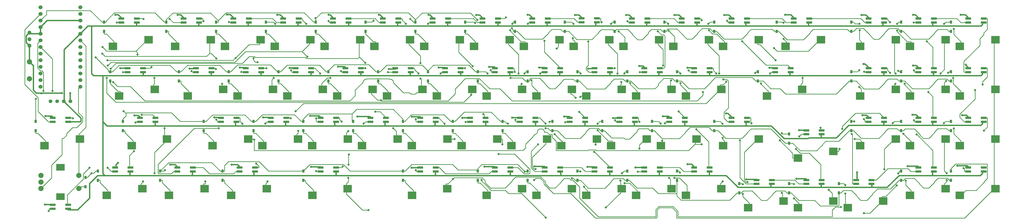
<source format=gbl>
G04 #@! TF.GenerationSoftware,KiCad,Pcbnew,(5.1.12)-1*
G04 #@! TF.CreationDate,2023-11-11T22:00:56+09:00*
G04 #@! TF.ProjectId,jtnk66w,6a746e6b-3636-4772-9e6b-696361645f70,rev?*
G04 #@! TF.SameCoordinates,Original*
G04 #@! TF.FileFunction,Copper,L2,Bot*
G04 #@! TF.FilePolarity,Positive*
%FSLAX46Y46*%
G04 Gerber Fmt 4.6, Leading zero omitted, Abs format (unit mm)*
G04 Created by KiCad (PCBNEW (5.1.12)-1) date 2023-11-11 22:00:56*
%MOMM*%
%LPD*%
G01*
G04 APERTURE LIST*
G04 #@! TA.AperFunction,ComponentPad*
%ADD10O,1.500000X1.500000*%
G04 #@! TD*
G04 #@! TA.AperFunction,SMDPad,CuDef*
%ADD11R,3.300000X3.000000*%
G04 #@! TD*
G04 #@! TA.AperFunction,ComponentPad*
%ADD12C,1.524000*%
G04 #@! TD*
G04 #@! TA.AperFunction,ComponentPad*
%ADD13C,2.000000*%
G04 #@! TD*
G04 #@! TA.AperFunction,ComponentPad*
%ADD14R,3.200000X2.500000*%
G04 #@! TD*
G04 #@! TA.AperFunction,ComponentPad*
%ADD15C,1.397000*%
G04 #@! TD*
G04 #@! TA.AperFunction,SMDPad,CuDef*
%ADD16R,2.200000X0.820000*%
G04 #@! TD*
G04 #@! TA.AperFunction,SMDPad,CuDef*
%ADD17R,0.950000X1.300000*%
G04 #@! TD*
G04 #@! TA.AperFunction,ViaPad*
%ADD18C,0.800000*%
G04 #@! TD*
G04 #@! TA.AperFunction,Conductor*
%ADD19C,0.250000*%
G04 #@! TD*
G04 #@! TA.AperFunction,Conductor*
%ADD20C,0.500000*%
G04 #@! TD*
G04 APERTURE END LIST*
D10*
X23862500Y-47743800D03*
X23862500Y-45243800D03*
X23862500Y-42743800D03*
D11*
X305844000Y-66992500D03*
X319344000Y-64452500D03*
X302725000Y-83542500D03*
X289125000Y-86082500D03*
X101006000Y-105132000D03*
X114606000Y-102592000D03*
X77193800Y-105132000D03*
X90793800Y-102592000D03*
X53381200Y-105132000D03*
X66981200Y-102592000D03*
X71743800Y-64492500D03*
X58143800Y-67032500D03*
X69362500Y-45442500D03*
X55762500Y-47982500D03*
X183612000Y-102552000D03*
X170112000Y-105092000D03*
X62956200Y-86042500D03*
X76456200Y-83502500D03*
X145512000Y-102552000D03*
X132012000Y-105092000D03*
D12*
X43282400Y-35528200D03*
X43282400Y-38068200D03*
X43282400Y-40608200D03*
X43282400Y-43148200D03*
X43282400Y-45688200D03*
X43282400Y-48228200D03*
X43282400Y-50768200D03*
X43282400Y-53308200D03*
X43282400Y-55848200D03*
X43282400Y-58388200D03*
X43282400Y-60928200D03*
X43282400Y-63468200D03*
X28062400Y-63468200D03*
X28062400Y-60928200D03*
X28062400Y-58388200D03*
X28062400Y-55848200D03*
X28062400Y-53308200D03*
X28062400Y-50768200D03*
X28062400Y-48228200D03*
X28062400Y-45688200D03*
X28062400Y-43148200D03*
X28062400Y-40608200D03*
X28062400Y-38068200D03*
X28062400Y-35528200D03*
X28062400Y-32988200D03*
X43282400Y-32988200D03*
D13*
X23812500Y-53900000D03*
X23812500Y-60400000D03*
D11*
X379612000Y-105132000D03*
X393212000Y-102592000D03*
X379612000Y-86082500D03*
X393212000Y-83542500D03*
X379612000Y-67032500D03*
X393212000Y-64492500D03*
X379612000Y-47982500D03*
X393212000Y-45442500D03*
X360562000Y-105132000D03*
X374162000Y-102592000D03*
X360562000Y-86082500D03*
X374162000Y-83542500D03*
X360562000Y-67032500D03*
X374162000Y-64492500D03*
X360562000Y-47982500D03*
X374162000Y-45442500D03*
X336750000Y-109895000D03*
X350350000Y-107355000D03*
X341512000Y-86082500D03*
X355112000Y-83542500D03*
X341512000Y-67032500D03*
X355112000Y-64492500D03*
X341512000Y-47982500D03*
X355112000Y-45442500D03*
X312938000Y-47982500D03*
X326538000Y-45442500D03*
X317700000Y-109895000D03*
X331300000Y-107355000D03*
X317700000Y-90845000D03*
X331300000Y-88305000D03*
X289125000Y-47982500D03*
X302725000Y-45442500D03*
X298650000Y-109895000D03*
X312250000Y-107355000D03*
X274838000Y-67032500D03*
X288438000Y-64492500D03*
X270075000Y-47982500D03*
X283675000Y-45442500D03*
X274838000Y-105132000D03*
X288438000Y-102592000D03*
X265312000Y-86082500D03*
X278912000Y-83542500D03*
X255788000Y-67032500D03*
X269388000Y-64492500D03*
X251025000Y-47982500D03*
X264625000Y-45442500D03*
X255788000Y-105132000D03*
X269388000Y-102592000D03*
X246262000Y-86082500D03*
X259862000Y-83542500D03*
X236738000Y-67032500D03*
X250338000Y-64492500D03*
X231975000Y-47982500D03*
X245575000Y-45442500D03*
X236738000Y-105132000D03*
X250338000Y-102592000D03*
X227212000Y-86082500D03*
X240812000Y-83542500D03*
X217688000Y-67032500D03*
X231288000Y-64492500D03*
X212925000Y-47982500D03*
X226525000Y-45442500D03*
X217688000Y-105132000D03*
X231288000Y-102592000D03*
X208162000Y-86082500D03*
X221762000Y-83542500D03*
X198638000Y-67032500D03*
X212238000Y-64492500D03*
X193875000Y-47982500D03*
X207475000Y-45442500D03*
X198638000Y-105132000D03*
X212238000Y-102592000D03*
X189112000Y-86082500D03*
X202712000Y-83542500D03*
X179588000Y-67032500D03*
X193188000Y-64492500D03*
X174825000Y-47982500D03*
X188425000Y-45442500D03*
X170062000Y-86082500D03*
X183662000Y-83542500D03*
X160538000Y-67032500D03*
X174138000Y-64492500D03*
X155775000Y-47982500D03*
X169375000Y-45442500D03*
X151012000Y-86082500D03*
X164612000Y-83542500D03*
X141488000Y-67032500D03*
X155088000Y-64492500D03*
X136725000Y-47982500D03*
X150325000Y-45442500D03*
X131962000Y-86082500D03*
X145562000Y-83542500D03*
X122438000Y-67032500D03*
X136038000Y-64492500D03*
X117675000Y-47982500D03*
X131275000Y-45442500D03*
X112912000Y-86082500D03*
X126512000Y-83542500D03*
X103388000Y-67032500D03*
X116988000Y-64492500D03*
X98625000Y-47982500D03*
X112225000Y-45442500D03*
X93862000Y-86082500D03*
X107462000Y-83542500D03*
X84337500Y-67032500D03*
X97937500Y-64492500D03*
X79575000Y-47982500D03*
X93175000Y-45442500D03*
D13*
X42718800Y-102512000D03*
X42718800Y-97512000D03*
D14*
X35718800Y-105612000D03*
X35718800Y-94412000D03*
D13*
X28218800Y-102512000D03*
X28218800Y-100012000D03*
X28218800Y-97512000D03*
D11*
X29568800Y-86082500D03*
X43168800Y-83542500D03*
D15*
X39528800Y-69056200D03*
X36988800Y-69056200D03*
X34448800Y-69056200D03*
X31908800Y-69056200D03*
D16*
X382812000Y-96000000D03*
X382812000Y-94500000D03*
X388712000Y-94500000D03*
X388712000Y-96000000D03*
X382812000Y-76950000D03*
X382812000Y-75450000D03*
X388712000Y-75450000D03*
X388712000Y-76950000D03*
X382812000Y-57900000D03*
X382812000Y-56400000D03*
X388712000Y-56400000D03*
X388712000Y-57900000D03*
X382812000Y-38850000D03*
X382812000Y-37350000D03*
X388712000Y-37350000D03*
X388712000Y-38850000D03*
X363762000Y-38850000D03*
X363762000Y-37350000D03*
X369662000Y-37350000D03*
X369662000Y-38850000D03*
X363762000Y-57900000D03*
X363762000Y-56400000D03*
X369662000Y-56400000D03*
X369662000Y-57900000D03*
X363762000Y-76950000D03*
X363762000Y-75450000D03*
X369662000Y-75450000D03*
X369662000Y-76950000D03*
X363762000Y-96000000D03*
X363762000Y-94500000D03*
X369662000Y-94500000D03*
X369662000Y-96000000D03*
X339950000Y-100762000D03*
X339950000Y-99262000D03*
X345850000Y-99262000D03*
X345850000Y-100762000D03*
X344712000Y-76950000D03*
X344712000Y-75450000D03*
X350612000Y-75450000D03*
X350612000Y-76950000D03*
X344712000Y-57900000D03*
X344712000Y-56400000D03*
X350612000Y-56400000D03*
X350612000Y-57900000D03*
X344712000Y-38850000D03*
X344712000Y-37350000D03*
X350612000Y-37350000D03*
X350612000Y-38850000D03*
X316138000Y-38850000D03*
X316138000Y-37350000D03*
X322038000Y-37350000D03*
X322038000Y-38850000D03*
X292325000Y-38850000D03*
X292325000Y-37350000D03*
X298225000Y-37350000D03*
X298225000Y-38850000D03*
X308994000Y-57900000D03*
X308994000Y-56400000D03*
X314894000Y-56400000D03*
X314894000Y-57900000D03*
X320900000Y-81712500D03*
X320900000Y-80212500D03*
X326800000Y-80212500D03*
X326800000Y-81712500D03*
X320900000Y-100762000D03*
X320900000Y-99262000D03*
X326800000Y-99262000D03*
X326800000Y-100762000D03*
X301850000Y-100762000D03*
X301850000Y-99262000D03*
X307750000Y-99262000D03*
X307750000Y-100762000D03*
X292325000Y-76950000D03*
X292325000Y-75450000D03*
X298225000Y-75450000D03*
X298225000Y-76950000D03*
X278038000Y-57900000D03*
X278038000Y-56400000D03*
X283938000Y-56400000D03*
X283938000Y-57900000D03*
X273275000Y-38850000D03*
X273275000Y-37350000D03*
X279175000Y-37350000D03*
X279175000Y-38850000D03*
X254225000Y-38850000D03*
X254225000Y-37350000D03*
X260125000Y-37350000D03*
X260125000Y-38850000D03*
X258988000Y-57900000D03*
X258988000Y-56400000D03*
X264888000Y-56400000D03*
X264888000Y-57900000D03*
X268512000Y-76950000D03*
X268512000Y-75450000D03*
X274412000Y-75450000D03*
X274412000Y-76950000D03*
X278038000Y-96000000D03*
X278038000Y-94500000D03*
X283938000Y-94500000D03*
X283938000Y-96000000D03*
X258988000Y-96000000D03*
X258988000Y-94500000D03*
X264888000Y-94500000D03*
X264888000Y-96000000D03*
X249462000Y-76950000D03*
X249462000Y-75450000D03*
X255362000Y-75450000D03*
X255362000Y-76950000D03*
X239938000Y-57900000D03*
X239938000Y-56400000D03*
X245838000Y-56400000D03*
X245838000Y-57900000D03*
X234956000Y-38750000D03*
X234956000Y-37250000D03*
X240856000Y-37250000D03*
X240856000Y-38750000D03*
X216125000Y-38850000D03*
X216125000Y-37350000D03*
X222025000Y-37350000D03*
X222025000Y-38850000D03*
X220888000Y-57900000D03*
X220888000Y-56400000D03*
X226788000Y-56400000D03*
X226788000Y-57900000D03*
X230412000Y-76950000D03*
X230412000Y-75450000D03*
X236312000Y-75450000D03*
X236312000Y-76950000D03*
X239938000Y-96000000D03*
X239938000Y-94500000D03*
X245838000Y-94500000D03*
X245838000Y-96000000D03*
X220888000Y-96000000D03*
X220888000Y-94500000D03*
X226788000Y-94500000D03*
X226788000Y-96000000D03*
X211362000Y-76950000D03*
X211362000Y-75450000D03*
X217262000Y-75450000D03*
X217262000Y-76950000D03*
X201838000Y-57900000D03*
X201838000Y-56400000D03*
X207738000Y-56400000D03*
X207738000Y-57900000D03*
X197075000Y-38850000D03*
X197075000Y-37350000D03*
X202975000Y-37350000D03*
X202975000Y-38850000D03*
X178025000Y-38850000D03*
X178025000Y-37350000D03*
X183925000Y-37350000D03*
X183925000Y-38850000D03*
X182788000Y-57900000D03*
X182788000Y-56400000D03*
X188688000Y-56400000D03*
X188688000Y-57900000D03*
X192312000Y-76950000D03*
X192312000Y-75450000D03*
X198212000Y-75450000D03*
X198212000Y-76950000D03*
X201838000Y-96000000D03*
X201838000Y-94500000D03*
X207738000Y-94500000D03*
X207738000Y-96000000D03*
X173262000Y-96000000D03*
X173262000Y-94500000D03*
X179162000Y-94500000D03*
X179162000Y-96000000D03*
X173262000Y-76950000D03*
X173262000Y-75450000D03*
X179162000Y-75450000D03*
X179162000Y-76950000D03*
X163738000Y-57900000D03*
X163738000Y-56400000D03*
X169638000Y-56400000D03*
X169638000Y-57900000D03*
X158975000Y-38850000D03*
X158975000Y-37350000D03*
X164875000Y-37350000D03*
X164875000Y-38850000D03*
X139925000Y-38850000D03*
X139925000Y-37350000D03*
X145825000Y-37350000D03*
X145825000Y-38850000D03*
X144688000Y-57900000D03*
X144688000Y-56400000D03*
X150588000Y-56400000D03*
X150588000Y-57900000D03*
X154212000Y-76950000D03*
X154212000Y-75450000D03*
X160112000Y-75450000D03*
X160112000Y-76950000D03*
X135162000Y-96000000D03*
X135162000Y-94500000D03*
X141062000Y-94500000D03*
X141062000Y-96000000D03*
X135162000Y-76950000D03*
X135162000Y-75450000D03*
X141062000Y-75450000D03*
X141062000Y-76950000D03*
X125638000Y-57900000D03*
X125638000Y-56400000D03*
X131538000Y-56400000D03*
X131538000Y-57900000D03*
X120875000Y-38850000D03*
X120875000Y-37350000D03*
X126775000Y-37350000D03*
X126775000Y-38850000D03*
X101825000Y-38850000D03*
X101825000Y-37350000D03*
X107725000Y-37350000D03*
X107725000Y-38850000D03*
X106588000Y-57900000D03*
X106588000Y-56400000D03*
X112488000Y-56400000D03*
X112488000Y-57900000D03*
X116112000Y-76950000D03*
X116112000Y-75450000D03*
X122012000Y-75450000D03*
X122012000Y-76950000D03*
X104206000Y-96000000D03*
X104206000Y-94500000D03*
X110106000Y-94500000D03*
X110106000Y-96000000D03*
X80393800Y-96000000D03*
X80393800Y-94500000D03*
X86293800Y-94500000D03*
X86293800Y-96000000D03*
X97062000Y-76950000D03*
X97062000Y-75450000D03*
X102962000Y-75450000D03*
X102962000Y-76950000D03*
X87537500Y-57900000D03*
X87537500Y-56400000D03*
X93437500Y-56400000D03*
X93437500Y-57900000D03*
X82775000Y-38850000D03*
X82775000Y-37350000D03*
X88675000Y-37350000D03*
X88675000Y-38850000D03*
X58962500Y-38850000D03*
X58962500Y-37350000D03*
X64862500Y-37350000D03*
X64862500Y-38850000D03*
X61343800Y-57900000D03*
X61343800Y-56400000D03*
X67243800Y-56400000D03*
X67243800Y-57900000D03*
X66106200Y-76950000D03*
X66106200Y-75450000D03*
X72006200Y-75450000D03*
X72006200Y-76950000D03*
X56581200Y-96000000D03*
X56581200Y-94500000D03*
X62481200Y-94500000D03*
X62481200Y-96000000D03*
X32768800Y-110288000D03*
X32768800Y-108788000D03*
X38668800Y-108788000D03*
X38668800Y-110288000D03*
X32768800Y-76950000D03*
X32768800Y-75450000D03*
X38668800Y-75450000D03*
X38668800Y-76950000D03*
D17*
X376238000Y-99406200D03*
X376238000Y-95856200D03*
X376238000Y-80356200D03*
X376238000Y-76806200D03*
X376238000Y-61306200D03*
X376238000Y-57756200D03*
X376238000Y-42256200D03*
X376238000Y-38706200D03*
X357188000Y-99406200D03*
X357188000Y-95856200D03*
X357188000Y-80356200D03*
X357188000Y-76806200D03*
X357188000Y-61306200D03*
X357188000Y-57756200D03*
X357188000Y-42256200D03*
X357188000Y-38706200D03*
X333375000Y-104169000D03*
X333375000Y-100619000D03*
X338138000Y-80356200D03*
X338138000Y-76806200D03*
X338138000Y-61306200D03*
X338138000Y-57756200D03*
X338138000Y-42256200D03*
X338138000Y-38706200D03*
X309562000Y-42256200D03*
X309562000Y-38706200D03*
X314325000Y-104169000D03*
X314325000Y-100619000D03*
X314325000Y-85118800D03*
X314325000Y-81568800D03*
X302419000Y-61306200D03*
X302419000Y-57756200D03*
X285750000Y-42256200D03*
X285750000Y-38706200D03*
X295275000Y-104169000D03*
X295275000Y-100619000D03*
X285750000Y-80356200D03*
X285750000Y-76806200D03*
X271462000Y-61306200D03*
X271462000Y-57756200D03*
X266700000Y-42256200D03*
X266700000Y-38706200D03*
X271462000Y-99406200D03*
X271462000Y-95856200D03*
X261938000Y-80356200D03*
X261938000Y-76806200D03*
X252412000Y-61306200D03*
X252412000Y-57756200D03*
X247650000Y-42256200D03*
X247650000Y-38706200D03*
X252412000Y-99406200D03*
X252412000Y-95856200D03*
X242888000Y-80356200D03*
X242888000Y-76806200D03*
X233362000Y-61306200D03*
X233362000Y-57756200D03*
X228600000Y-42256200D03*
X228600000Y-38706200D03*
X233362000Y-99406200D03*
X233362000Y-95856200D03*
X223838000Y-80356200D03*
X223838000Y-76806200D03*
X214312000Y-61306200D03*
X214312000Y-57756200D03*
X209550000Y-42256200D03*
X209550000Y-38706200D03*
X214312000Y-99406200D03*
X214312000Y-95856200D03*
X204788000Y-80356200D03*
X204788000Y-76806200D03*
X195262000Y-61306200D03*
X195262000Y-57756200D03*
X190500000Y-42256200D03*
X190500000Y-38706200D03*
X195262000Y-99406200D03*
X195262000Y-95856200D03*
X185738000Y-80356200D03*
X185738000Y-76806200D03*
X176212000Y-61306200D03*
X176212000Y-57756200D03*
X171450000Y-42256200D03*
X171450000Y-38706200D03*
X166688000Y-99406200D03*
X166688000Y-95856200D03*
X166688000Y-80356200D03*
X166688000Y-76806200D03*
X157162000Y-61306200D03*
X157162000Y-57756200D03*
X152400000Y-42256200D03*
X152400000Y-38706200D03*
X147638000Y-80356200D03*
X147638000Y-76806200D03*
X138112000Y-61306200D03*
X138112000Y-57756200D03*
X133350000Y-42256200D03*
X133350000Y-38706200D03*
X128588000Y-99406200D03*
X128588000Y-95856200D03*
X128588000Y-80356200D03*
X128588000Y-76806200D03*
X119062000Y-61306200D03*
X119062000Y-57756200D03*
X114300000Y-42256200D03*
X114300000Y-38706200D03*
X97631200Y-99406200D03*
X97631200Y-95856200D03*
X109538000Y-80356200D03*
X109538000Y-76806200D03*
X100012000Y-61306200D03*
X100012000Y-57756200D03*
X95250000Y-42256200D03*
X95250000Y-38706200D03*
X73818800Y-99406200D03*
X73818800Y-95856200D03*
X90487500Y-80356200D03*
X90487500Y-76806200D03*
X80962500Y-61306200D03*
X80962500Y-57756200D03*
X76200000Y-42256200D03*
X76200000Y-38706200D03*
X50006200Y-99406200D03*
X50006200Y-95856200D03*
X59531200Y-80356200D03*
X59531200Y-76806200D03*
X54768800Y-61306200D03*
X54768800Y-57756200D03*
X52387500Y-42256200D03*
X52387500Y-38706200D03*
X45243800Y-101787000D03*
X45243800Y-98237000D03*
X26193800Y-80356200D03*
X26193800Y-76806200D03*
D18*
X59841400Y-72843100D03*
X221222000Y-79402100D03*
X206841600Y-77636400D03*
X26269998Y-68160000D03*
X47579600Y-96654200D03*
X231231900Y-98585300D03*
X213235600Y-96091400D03*
X75620000Y-95450000D03*
X208357600Y-41063800D03*
X195156600Y-37827200D03*
X169461200Y-37476100D03*
X155369100Y-38143600D03*
X133189700Y-37098100D03*
X117816700Y-39348600D03*
X194266900Y-39028600D03*
X207808000Y-60122800D03*
X199002500Y-58380800D03*
X49124300Y-52181700D03*
X207631700Y-41795800D03*
X208474700Y-39329900D03*
X215810600Y-60931300D03*
X213170500Y-58389000D03*
X224637400Y-81641400D03*
X222761500Y-76951900D03*
X235961300Y-101815400D03*
X234523100Y-96019700D03*
X231645500Y-44876000D03*
X231875900Y-39350400D03*
X234483400Y-67384700D03*
X234574300Y-58392400D03*
X241056000Y-80115900D03*
X241056000Y-77656200D03*
X251462900Y-100466600D03*
X250404900Y-96696700D03*
X249143200Y-42200300D03*
X246257500Y-39314600D03*
X253497100Y-62036500D03*
X251327100Y-58400000D03*
X265200500Y-77603700D03*
X265811196Y-84125010D03*
X270460400Y-98431000D03*
X272556100Y-96373600D03*
X268233500Y-41977900D03*
X268072500Y-39355300D03*
X272763500Y-62086300D03*
X272763500Y-58404300D03*
X288905400Y-83098000D03*
X288848900Y-77653700D03*
X296671000Y-104602300D03*
X296671000Y-100928100D03*
X283649000Y-41811900D03*
X283432600Y-39355400D03*
X303619600Y-62169700D03*
X301343400Y-58202900D03*
X310778400Y-84083600D03*
X311578000Y-81304900D03*
X316212900Y-106334600D03*
X316212900Y-100817000D03*
X312176200Y-45122300D03*
X312176200Y-38893600D03*
X341305700Y-41789200D03*
X341221200Y-39348600D03*
X341200900Y-63584000D03*
X341200800Y-57082000D03*
X339370000Y-83578000D03*
X339221600Y-76806200D03*
X335828200Y-101232700D03*
X335828200Y-104415010D03*
X355618500Y-41886300D03*
X355618500Y-39323700D03*
X358540300Y-62294000D03*
X356102300Y-57365600D03*
X358044300Y-81527400D03*
X353968300Y-77451400D03*
X358930500Y-99536800D03*
X356099800Y-96706100D03*
X377339100Y-41295600D03*
X373590100Y-39351400D03*
X377104200Y-60110700D03*
X375140500Y-58147000D03*
X377339100Y-79449800D03*
X373495200Y-77451400D03*
X275480000Y-56180000D03*
X29961200Y-74708800D03*
X29790000Y-108720000D03*
X28440000Y-65970000D03*
X57740000Y-92650000D03*
X58590000Y-56350000D03*
X63980000Y-74460000D03*
X77670000Y-93320000D03*
X56650000Y-35860000D03*
X85060000Y-56540000D03*
X94560000Y-75270000D03*
X101140000Y-93380000D03*
X80500000Y-35900000D03*
X104230000Y-56140000D03*
X113200000Y-75200000D03*
X99360000Y-35820000D03*
X123320000Y-56300000D03*
X131560000Y-94240000D03*
X131180000Y-74620000D03*
X118580000Y-35890000D03*
X141850000Y-55780000D03*
X149270000Y-74890000D03*
X138250000Y-35870000D03*
X161260000Y-56660000D03*
X170000000Y-94560000D03*
X170090000Y-75020000D03*
X157410000Y-35880000D03*
X180320000Y-56130000D03*
X189370000Y-75440000D03*
X197810000Y-94090000D03*
X176390000Y-35900000D03*
X199570000Y-55850000D03*
X208440000Y-75340000D03*
X216900000Y-94056500D03*
X194730000Y-35930000D03*
X228270000Y-74930000D03*
X218770000Y-56120000D03*
X237220000Y-94220000D03*
X214330000Y-35890000D03*
X237450000Y-56520000D03*
X247020000Y-75500000D03*
X255570000Y-94450000D03*
X232420000Y-35920000D03*
X257030000Y-55510000D03*
X266111000Y-74820500D03*
X275470000Y-93190000D03*
X252050000Y-35980000D03*
X270500000Y-35990000D03*
X297940000Y-99050000D03*
X290200000Y-73750000D03*
X289530000Y-35980000D03*
X306770000Y-56180000D03*
X318130000Y-80130000D03*
X317160000Y-98750000D03*
X312780000Y-35860000D03*
X342780000Y-54720000D03*
X342350000Y-74360000D03*
X340340000Y-96300000D03*
X342030000Y-35980000D03*
X361780000Y-35850000D03*
X361750000Y-55310000D03*
X361490000Y-74240000D03*
X359590000Y-93930000D03*
X381920000Y-54980000D03*
X380420000Y-74420000D03*
X378710000Y-93810000D03*
X379950000Y-35890000D03*
X39380000Y-65960000D03*
X36321810Y-65960000D03*
X31237700Y-111122300D03*
X40456500Y-75578500D03*
X53702200Y-94546100D03*
X46744300Y-94546100D03*
X64405700Y-77182000D03*
X63784900Y-88162300D03*
X59642400Y-57899500D03*
X66774300Y-74223900D03*
X57258400Y-38821700D03*
X70501800Y-55951900D03*
X77458800Y-37476100D03*
X67422500Y-37476100D03*
X85817000Y-57424300D03*
X90396500Y-38296100D03*
X95285200Y-76123500D03*
X95140400Y-56710500D03*
X96236700Y-79402100D03*
X105295400Y-77661000D03*
X113990600Y-77646300D03*
X110528500Y-92946000D03*
X104870100Y-57829100D03*
X123735400Y-75578500D03*
X100117100Y-38641600D03*
X114450000Y-56400000D03*
X109495200Y-52584990D03*
X111060000Y-54035000D03*
X123920800Y-57154200D03*
X129649800Y-39346000D03*
X133457100Y-75541500D03*
X135040200Y-58395000D03*
X133457000Y-95827000D03*
X143229500Y-76840300D03*
X151629800Y-77642400D03*
X143640400Y-94068700D03*
X142961700Y-57441900D03*
X156070000Y-73050000D03*
X138222600Y-38227800D03*
X152291600Y-56400000D03*
X160923700Y-57899900D03*
X167788300Y-39347100D03*
X171560100Y-75906600D03*
X172569900Y-58388700D03*
X171543300Y-95471800D03*
X182630000Y-77662200D03*
X190602400Y-77051200D03*
X203231500Y-89285600D03*
X181065200Y-58404500D03*
X197407600Y-73944100D03*
X176275900Y-39330700D03*
X190404300Y-56362200D03*
X200164100Y-57121900D03*
X206023500Y-36877800D03*
X209657500Y-76191200D03*
X209449600Y-57785200D03*
X218314000Y-85610300D03*
X221174000Y-77624000D03*
X228708800Y-77061200D03*
X239722500Y-88468100D03*
X219183100Y-58374400D03*
X234068200Y-73096500D03*
X214396600Y-39303300D03*
X220776900Y-45857400D03*
X242596400Y-38757300D03*
X237571300Y-46095010D03*
X247745200Y-76357000D03*
X247573900Y-56400000D03*
X256506300Y-96081000D03*
X257089200Y-76942100D03*
X266811100Y-77534500D03*
X278843700Y-79840300D03*
X257278000Y-57850900D03*
X272075800Y-72955700D03*
X252511300Y-38301400D03*
X264154000Y-42224900D03*
X275931700Y-57218800D03*
X280898300Y-37981700D03*
X289224600Y-60672600D03*
X286512100Y-58390500D03*
X295509400Y-84031400D03*
X299935500Y-77504600D03*
X318251800Y-82511200D03*
X316929200Y-87350500D03*
X307082000Y-58401000D03*
X326313200Y-79198900D03*
X296403900Y-46030300D03*
X290624800Y-38144700D03*
X342992600Y-57721200D03*
X352950800Y-38772400D03*
X342984300Y-75906000D03*
X352950800Y-58096900D03*
X338292100Y-81627900D03*
X334631300Y-79669500D03*
X362046700Y-76350000D03*
X363137540Y-81732860D03*
X362083700Y-57206900D03*
X367578600Y-65511500D03*
X362038900Y-38850000D03*
X366959400Y-46040800D03*
X385412000Y-64702500D03*
X388367700Y-62610200D03*
X381055300Y-94693500D03*
X388802000Y-80298900D03*
X32676000Y-65083900D03*
X29205800Y-65096000D03*
X225446400Y-48844800D03*
X232716200Y-67725800D03*
X240295700Y-85657600D03*
X249849300Y-99441300D03*
X244255500Y-109806900D03*
X71643300Y-96700800D03*
X75481700Y-79367700D03*
X65191800Y-51074700D03*
X71609400Y-60110900D03*
X250111900Y-61663200D03*
X248741100Y-58402700D03*
X257105900Y-87188900D03*
X67246800Y-99789400D03*
X268482900Y-98433800D03*
X51754400Y-48228200D03*
X288927900Y-99789400D03*
X95265200Y-52603000D03*
X51672900Y-50768200D03*
X280855400Y-85606200D03*
X91040900Y-99824000D03*
X109738400Y-83808000D03*
X266124700Y-55357700D03*
X97487500Y-62362000D03*
X269161300Y-60981910D03*
X114834800Y-99789400D03*
X126627500Y-80402500D03*
X125650300Y-72844800D03*
X53641000Y-53332100D03*
X287604500Y-58366600D03*
X117252500Y-60124400D03*
X102624000Y-52476100D03*
X298413200Y-100020700D03*
X311499800Y-104219900D03*
X290318400Y-61546900D03*
X130088700Y-51933500D03*
X53799600Y-55320000D03*
X145786100Y-98413900D03*
X333594800Y-87344400D03*
X153485600Y-110776900D03*
X329464900Y-102974600D03*
X309178700Y-53303200D03*
X145786100Y-80452200D03*
X319522000Y-60110500D03*
X138904900Y-60114300D03*
X145880000Y-93340000D03*
X145980000Y-89460000D03*
X308574600Y-48672700D03*
X281405400Y-65511500D03*
X54877300Y-56488600D03*
X152270000Y-54286500D03*
X162964700Y-79376700D03*
X158268000Y-68658700D03*
X185779100Y-98831600D03*
X186387000Y-83502200D03*
X55853700Y-61705300D03*
X355032600Y-58384400D03*
X355497800Y-101324400D03*
X173345800Y-54445800D03*
X354950600Y-62378800D03*
X350754900Y-95144900D03*
X173345800Y-60307600D03*
X334149790Y-109630210D03*
X342930000Y-112010000D03*
X342930000Y-112010000D03*
X53428000Y-60110700D03*
X374576800Y-99251700D03*
X221295000Y-113687200D03*
X204720500Y-85540900D03*
X196690300Y-99169200D03*
X192738000Y-66610200D03*
X193342600Y-55590300D03*
X374646700Y-96652200D03*
X374332200Y-61276800D03*
X372215600Y-58377000D03*
X210858700Y-58384500D03*
X212070500Y-62384900D03*
X216832900Y-99251900D03*
X217383800Y-95027600D03*
D19*
X26193800Y-80356200D02*
X26193800Y-81331300D01*
X30018800Y-86082500D02*
X30018800Y-84257400D01*
X26193800Y-81331300D02*
X27092700Y-81331300D01*
X27092700Y-81331300D02*
X30018800Y-84257400D01*
X185738000Y-76806200D02*
X186538100Y-76806200D01*
X186538100Y-76806200D02*
X190125400Y-73218900D01*
X190125400Y-73218900D02*
X200400600Y-73218900D01*
X200400600Y-73218900D02*
X203987900Y-76806200D01*
X185338000Y-76806200D02*
X185738000Y-76806200D01*
X204788000Y-76806200D02*
X203987900Y-76806200D01*
X147238000Y-76806200D02*
X147238000Y-73886900D01*
X147238000Y-73886900D02*
X130532200Y-73886900D01*
X130532200Y-73886900D02*
X128588000Y-75831100D01*
X128588000Y-76806200D02*
X128588000Y-75831100D01*
X109538000Y-76806200D02*
X110338100Y-76806200D01*
X128588000Y-76806200D02*
X127787900Y-76806200D01*
X127787900Y-76806200D02*
X125225500Y-74243800D01*
X125225500Y-74243800D02*
X112900500Y-74243800D01*
X112900500Y-74243800D02*
X110338100Y-76806200D01*
X91287600Y-76806200D02*
X93825500Y-74268300D01*
X93825500Y-74268300D02*
X106200000Y-74268300D01*
X106200000Y-74268300D02*
X108737900Y-76806200D01*
X60729500Y-73731200D02*
X59841400Y-72843100D01*
X59531200Y-75831100D02*
X60729500Y-74632800D01*
X60729500Y-74632800D02*
X60729500Y-73731200D01*
X60729500Y-73731200D02*
X60964100Y-73496600D01*
X60964100Y-73496600D02*
X78167500Y-73496600D01*
X78167500Y-73496600D02*
X81477100Y-76806200D01*
X81477100Y-76806200D02*
X90487500Y-76806200D01*
X338138000Y-80356200D02*
X337337900Y-80356200D01*
X314325000Y-85118800D02*
X315723000Y-85118800D01*
X315723000Y-85118800D02*
X318654400Y-88050200D01*
X318654400Y-88050200D02*
X324854400Y-88050200D01*
X324854400Y-88050200D02*
X327097200Y-85807400D01*
X327097200Y-85807400D02*
X327097200Y-85628900D01*
X327097200Y-85628900D02*
X328330800Y-84395300D01*
X328330800Y-84395300D02*
X333298800Y-84395300D01*
X333298800Y-84395300D02*
X337337900Y-80356200D01*
X286550100Y-80356200D02*
X287189100Y-80356200D01*
X287189100Y-80356200D02*
X290120600Y-83287700D01*
X290120600Y-83287700D02*
X296279400Y-83287700D01*
X296279400Y-83287700D02*
X298522200Y-81044900D01*
X298522200Y-81044900D02*
X298522200Y-80868800D01*
X298522200Y-80868800D02*
X299761500Y-79629500D01*
X299761500Y-79629500D02*
X307367300Y-79629500D01*
X307367300Y-79629500D02*
X312856600Y-85118800D01*
X312856600Y-85118800D02*
X314325000Y-85118800D01*
X147638000Y-76806200D02*
X147238000Y-76806200D01*
X109538000Y-76806200D02*
X108737900Y-76806200D01*
X90487500Y-76806200D02*
X91287600Y-76806200D01*
X204788000Y-76806200D02*
X205588100Y-76806200D01*
X205588100Y-76806200D02*
X206418300Y-77636400D01*
X206418300Y-77636400D02*
X206841600Y-77636400D01*
X223037900Y-80356200D02*
X222083800Y-79402100D01*
X222083800Y-79402100D02*
X221222000Y-79402100D01*
X223838000Y-80356200D02*
X223037900Y-80356200D01*
X357188000Y-80356200D02*
X356387900Y-80356200D01*
X338138000Y-80356200D02*
X338938100Y-80356200D01*
X338938100Y-80356200D02*
X341900100Y-83318200D01*
X341900100Y-83318200D02*
X348635900Y-83318200D01*
X348635900Y-83318200D02*
X350909200Y-81044900D01*
X350909200Y-81044900D02*
X350909200Y-80866400D01*
X350909200Y-80866400D02*
X352203300Y-79572300D01*
X352203300Y-79572300D02*
X355604000Y-79572300D01*
X355604000Y-79572300D02*
X356387900Y-80356200D01*
X59531200Y-76806200D02*
X59531200Y-75831100D01*
X167088100Y-76806200D02*
X166688000Y-76806200D01*
X285750000Y-80356200D02*
X286550100Y-80356200D01*
X167488100Y-76806200D02*
X167488100Y-76590800D01*
X167488100Y-76590800D02*
X169814600Y-74264300D01*
X169814600Y-74264300D02*
X182396000Y-74264300D01*
X182396000Y-74264300D02*
X184937900Y-76806200D01*
X167088100Y-76806200D02*
X167488100Y-76806200D01*
X185338000Y-76806200D02*
X184937900Y-76806200D01*
X166688000Y-75906200D02*
X166688000Y-76806200D01*
X162914100Y-72132300D02*
X166688000Y-75906200D01*
X148992600Y-72132300D02*
X162914100Y-72132300D01*
X147238000Y-73886900D02*
X148992600Y-72132300D01*
X251508498Y-83500000D02*
X251154298Y-83145800D01*
X253390000Y-83500000D02*
X251508498Y-83500000D01*
X256166999Y-80723001D02*
X253390000Y-83500000D01*
X251154298Y-83145800D02*
X246477700Y-83145800D01*
X256166999Y-80326499D02*
X256166999Y-80723001D01*
X256901098Y-79592400D02*
X256166999Y-80326499D01*
X246477700Y-83145800D02*
X243688100Y-80356200D01*
X260374100Y-79592400D02*
X256901098Y-79592400D01*
X243688100Y-80356200D02*
X242888000Y-80356200D01*
X261137900Y-80356200D02*
X260374100Y-79592400D01*
X261938000Y-80356200D02*
X261137900Y-80356200D01*
X225801500Y-80356200D02*
X223838000Y-80356200D01*
X236609100Y-80839500D02*
X236609100Y-81170900D01*
X238076500Y-79372100D02*
X236609100Y-80839500D01*
X236609100Y-81170900D02*
X234492300Y-83287700D01*
X241337700Y-79372100D02*
X238076500Y-79372100D01*
X242087900Y-80122300D02*
X241337700Y-79372100D01*
X228733000Y-83287700D02*
X225801500Y-80356200D01*
X242087900Y-80356200D02*
X242087900Y-80122300D01*
X234492300Y-83287700D02*
X228733000Y-83287700D01*
X242888000Y-80356200D02*
X242087900Y-80356200D01*
X284949900Y-80356200D02*
X285750000Y-80356200D01*
X283681400Y-79087700D02*
X284949900Y-80356200D01*
X274709200Y-81044900D02*
X274709200Y-80868800D01*
X274709200Y-80868800D02*
X276490300Y-79087700D01*
X262738100Y-80356200D02*
X265781900Y-83400000D01*
X261938000Y-80356200D02*
X262738100Y-80356200D01*
X265781900Y-83400000D02*
X272354100Y-83400000D01*
X272354100Y-83400000D02*
X274709200Y-81044900D01*
X276490300Y-79087700D02*
X283681400Y-79087700D01*
X375437900Y-80356200D02*
X376238000Y-80356200D01*
X371253300Y-79572300D02*
X374654000Y-79572300D01*
X369959200Y-80866400D02*
X371253300Y-79572300D01*
X367828001Y-83287501D02*
X369037001Y-82078501D01*
X357988100Y-80356200D02*
X358728100Y-79616200D01*
X362256200Y-79616200D02*
X364386999Y-81746999D01*
X369959200Y-81044900D02*
X369959200Y-80866400D01*
X369037001Y-82078501D02*
X369037001Y-81967099D01*
X369037001Y-81967099D02*
X369959200Y-81044900D01*
X374654000Y-79572300D02*
X375437900Y-80356200D01*
X358728100Y-79616200D02*
X362256200Y-79616200D01*
X364386999Y-82078501D02*
X365595999Y-83287501D01*
X365595999Y-83287501D02*
X367828001Y-83287501D01*
X357188000Y-80356200D02*
X357988100Y-80356200D01*
X364386999Y-81746999D02*
X364386999Y-82078501D01*
X26193800Y-76806200D02*
X26193800Y-68236198D01*
X26193800Y-68236198D02*
X26269998Y-68160000D01*
X45243800Y-101787000D02*
X43443800Y-101787000D01*
X43443800Y-101787000D02*
X42718800Y-102512000D01*
X45243800Y-98237000D02*
X46043900Y-98237000D01*
X46043900Y-98237000D02*
X46043900Y-98189900D01*
X46043900Y-98189900D02*
X47579600Y-96654200D01*
X49206100Y-95856200D02*
X48408100Y-96654200D01*
X48408100Y-96654200D02*
X47579600Y-96654200D01*
X50006200Y-95856200D02*
X49206100Y-95856200D01*
X375437900Y-99406200D02*
X375437900Y-99087300D01*
X375437900Y-99087300D02*
X374877200Y-98526600D01*
X374877200Y-98526600D02*
X371350900Y-98526600D01*
X371350900Y-98526600D02*
X369959200Y-99918300D01*
X369959200Y-99918300D02*
X369959200Y-100094400D01*
X369959200Y-100094400D02*
X367716400Y-102337200D01*
X367716400Y-102337200D02*
X365743800Y-102337200D01*
X365743800Y-102337200D02*
X363998500Y-100591900D01*
X363998500Y-100591900D02*
X363998500Y-100425200D01*
X363998500Y-100425200D02*
X362206800Y-98633500D01*
X362206800Y-98633500D02*
X358760800Y-98633500D01*
X358760800Y-98633500D02*
X357988100Y-99406200D01*
X213235600Y-95953700D02*
X213814500Y-95953700D01*
X213814500Y-95953700D02*
X213912000Y-95856200D01*
X195262000Y-94881100D02*
X196854600Y-93288500D01*
X196854600Y-93288500D02*
X210570400Y-93288500D01*
X210570400Y-93288500D02*
X213235600Y-95953700D01*
X213235600Y-95953700D02*
X213235600Y-96091400D01*
X233362000Y-99406200D02*
X232561900Y-99406200D01*
X231231900Y-98585300D02*
X231741000Y-98585300D01*
X231741000Y-98585300D02*
X232561900Y-99406200D01*
X166688000Y-95856200D02*
X167488100Y-95856200D01*
X167488100Y-95856200D02*
X170053100Y-93291200D01*
X170053100Y-93291200D02*
X185666800Y-93291200D01*
X185666800Y-93291200D02*
X187774000Y-95398400D01*
X187774000Y-95398400D02*
X195262000Y-95398400D01*
X128537200Y-95856200D02*
X131102000Y-93291400D01*
X131102000Y-93291400D02*
X143888600Y-93291400D01*
X143888600Y-93291400D02*
X146453400Y-95856200D01*
X146453400Y-95856200D02*
X166688000Y-95856200D01*
X251611900Y-99406200D02*
X250891000Y-98685300D01*
X250891000Y-98685300D02*
X247368200Y-98685300D01*
X247368200Y-98685300D02*
X246135200Y-99918300D01*
X246135200Y-99918300D02*
X246135200Y-100094400D01*
X246135200Y-100094400D02*
X243848300Y-102381300D01*
X243848300Y-102381300D02*
X237552700Y-102381300D01*
X237552700Y-102381300D02*
X234577600Y-99406200D01*
X234577600Y-99406200D02*
X234162100Y-99406200D01*
X195262000Y-95398400D02*
X195262000Y-94881100D01*
X195262000Y-95856200D02*
X195262000Y-95398400D01*
X73818800Y-95856200D02*
X77102100Y-92572900D01*
X77102100Y-92572900D02*
X93547800Y-92572900D01*
X93547800Y-92572900D02*
X96831100Y-95856200D01*
X97631200Y-95856200D02*
X96831100Y-95856200D01*
X128588000Y-95856200D02*
X128537200Y-95856200D01*
X314325000Y-104169000D02*
X315125100Y-104169000D01*
X315125100Y-104169000D02*
X318056300Y-107100200D01*
X318056300Y-107100200D02*
X324120300Y-107100200D01*
X324120300Y-107100200D02*
X326200300Y-109180200D01*
X326200300Y-109180200D02*
X333089600Y-109180200D01*
X333089600Y-109180200D02*
X333375000Y-108894800D01*
X333375000Y-108894800D02*
X333375000Y-104169000D01*
X314162500Y-104169000D02*
X314325000Y-104169000D01*
X314162500Y-104169000D02*
X313524900Y-104169000D01*
X295275000Y-104169000D02*
X296075100Y-104169000D01*
X296075100Y-104169000D02*
X296836200Y-103407900D01*
X296836200Y-103407900D02*
X300232800Y-103407900D01*
X300232800Y-103407900D02*
X302086500Y-105261600D01*
X302086500Y-105261600D02*
X302086500Y-105354900D01*
X302086500Y-105354900D02*
X303831800Y-107100200D01*
X303831800Y-107100200D02*
X305804400Y-107100200D01*
X305804400Y-107100200D02*
X308047200Y-104857400D01*
X308047200Y-104857400D02*
X308047200Y-104678400D01*
X308047200Y-104678400D02*
X309309500Y-103416100D01*
X309309500Y-103416100D02*
X312772000Y-103416100D01*
X312772000Y-103416100D02*
X313524900Y-104169000D01*
X294875000Y-104169000D02*
X295275000Y-104169000D01*
X294875000Y-104169000D02*
X294474900Y-104169000D01*
X214312000Y-95856200D02*
X213912000Y-95856200D01*
X233362000Y-99406200D02*
X234162100Y-99406200D01*
X294474900Y-104169000D02*
X291662100Y-106981800D01*
X291662100Y-106981800D02*
X273020500Y-106981800D01*
X273020500Y-106981800D02*
X271363200Y-105324500D01*
X271363200Y-105324500D02*
X271363200Y-104417200D01*
X252412000Y-99406200D02*
X253212100Y-99406200D01*
X271363200Y-99406200D02*
X271363200Y-104417200D01*
X253212100Y-99406200D02*
X256143100Y-102337200D01*
X256143100Y-102337200D02*
X262208300Y-102337200D01*
X262208300Y-102337200D02*
X264288300Y-104417200D01*
X264288300Y-104417200D02*
X271363200Y-104417200D01*
X252250000Y-99406200D02*
X252412000Y-99406200D01*
X376238000Y-99406200D02*
X375437900Y-99406200D01*
X357188000Y-99406200D02*
X357988100Y-99406200D01*
X271462000Y-99406200D02*
X271363200Y-99406200D01*
X252250000Y-99406200D02*
X251611900Y-99406200D01*
X98431300Y-95856200D02*
X97631200Y-95856200D01*
X98431300Y-93688700D02*
X98431300Y-95856200D01*
X99918100Y-92201900D02*
X98431300Y-93688700D01*
X111665300Y-92201900D02*
X99918100Y-92201900D01*
X115319600Y-95856200D02*
X111665300Y-92201900D01*
X128537200Y-95856200D02*
X115319600Y-95856200D01*
X356387900Y-99406200D02*
X357188000Y-99406200D01*
X353091200Y-102702900D02*
X356387900Y-99406200D01*
X345225001Y-105779599D02*
X346147200Y-104857400D01*
X344016001Y-107100001D02*
X345225001Y-105891001D01*
X346147200Y-104678400D02*
X348122700Y-102702900D01*
X340186500Y-105354900D02*
X340574999Y-105743399D01*
X345225001Y-105891001D02*
X345225001Y-105779599D01*
X340574999Y-105743399D02*
X340574999Y-105891001D01*
X338226100Y-103230000D02*
X340186500Y-105190400D01*
X346147200Y-104857400D02*
X346147200Y-104678400D01*
X340186500Y-105190400D02*
X340186500Y-105354900D01*
X333375000Y-104169000D02*
X334175100Y-104169000D01*
X334175100Y-104169000D02*
X335114100Y-103230000D01*
X341783999Y-107100001D02*
X344016001Y-107100001D01*
X335114100Y-103230000D02*
X338226100Y-103230000D01*
X348122700Y-102702900D02*
X353091200Y-102702900D01*
X340574999Y-105891001D02*
X341783999Y-107100001D01*
X73818800Y-95856200D02*
X75213800Y-95856200D01*
X75213800Y-95856200D02*
X75620000Y-95450000D01*
X52387500Y-42256200D02*
X52387500Y-43231300D01*
X56212500Y-47982500D02*
X56212500Y-46157400D01*
X52387500Y-43231300D02*
X53286400Y-43231300D01*
X53286400Y-43231300D02*
X56212500Y-46157400D01*
X284949900Y-42256200D02*
X284949900Y-42087300D01*
X284949900Y-42087300D02*
X283949400Y-41086800D01*
X283949400Y-41086800D02*
X281151800Y-41086800D01*
X281151800Y-41086800D02*
X279472200Y-42766400D01*
X279472200Y-42766400D02*
X279472200Y-42944900D01*
X279472200Y-42944900D02*
X277229400Y-45187700D01*
X277229400Y-45187700D02*
X275256800Y-45187700D01*
X275256800Y-45187700D02*
X273774700Y-43705600D01*
X273774700Y-43705600D02*
X273774700Y-43606100D01*
X273774700Y-43606100D02*
X271421400Y-41252800D01*
X271421400Y-41252800D02*
X267933200Y-41252800D01*
X267933200Y-41252800D02*
X267500100Y-41685900D01*
X267500100Y-41685900D02*
X267500100Y-42256200D01*
X96050100Y-38093600D02*
X99051000Y-35092700D01*
X99051000Y-35092700D02*
X128936400Y-35092700D01*
X128936400Y-35092700D02*
X132549900Y-38706200D01*
X96050100Y-38706200D02*
X96050100Y-38093600D01*
X96050100Y-38093600D02*
X93124000Y-35167500D01*
X93124000Y-35167500D02*
X78705700Y-35167500D01*
X78705700Y-35167500D02*
X76200000Y-37673200D01*
X76200000Y-37673200D02*
X76200000Y-38706200D01*
X95250000Y-38706200D02*
X96050100Y-38706200D01*
X53187600Y-38706200D02*
X53187600Y-38206100D01*
X53187600Y-38206100D02*
X56272400Y-35121300D01*
X56272400Y-35121300D02*
X71815000Y-35121300D01*
X71815000Y-35121300D02*
X75399900Y-38706200D01*
X52387500Y-38706200D02*
X53187600Y-38706200D01*
X76200000Y-38706200D02*
X75399900Y-38706200D01*
X190500000Y-38706200D02*
X193944500Y-38706200D01*
X193944500Y-38706200D02*
X194266900Y-39028600D01*
X209550000Y-42256200D02*
X208749900Y-42256200D01*
X208749900Y-42256200D02*
X208749900Y-41456100D01*
X208749900Y-41456100D02*
X208357600Y-41063800D01*
X309562000Y-42256200D02*
X308761900Y-42256200D01*
X285750000Y-42256200D02*
X286550100Y-42256200D01*
X286550100Y-42256200D02*
X289503400Y-45209500D01*
X289503400Y-45209500D02*
X296257600Y-45209500D01*
X296257600Y-45209500D02*
X298522200Y-42944900D01*
X298522200Y-42944900D02*
X298522200Y-42766400D01*
X298522200Y-42766400D02*
X299816300Y-41472300D01*
X299816300Y-41472300D02*
X307978000Y-41472300D01*
X307978000Y-41472300D02*
X308761900Y-42256200D01*
X285587500Y-42256200D02*
X285750000Y-42256200D01*
X171450000Y-37731100D02*
X174030300Y-35150800D01*
X174030300Y-35150800D02*
X192480200Y-35150800D01*
X192480200Y-35150800D02*
X195156600Y-37827200D01*
X171450000Y-37731100D02*
X168827500Y-35108600D01*
X168827500Y-35108600D02*
X135499800Y-35108600D01*
X135499800Y-35108600D02*
X133350000Y-37258400D01*
X171450000Y-38706200D02*
X171450000Y-37731100D01*
X133350000Y-37258400D02*
X133189700Y-37098100D01*
X133350000Y-38706200D02*
X133350000Y-37258400D01*
X171450000Y-38706200D02*
X170649900Y-38706200D01*
X169461200Y-37476100D02*
X170649900Y-38664800D01*
X170649900Y-38664800D02*
X170649900Y-38706200D01*
X152400000Y-38706200D02*
X154806500Y-38706200D01*
X154806500Y-38706200D02*
X155369100Y-38143600D01*
X356387900Y-42256200D02*
X356387900Y-41556100D01*
X356387900Y-41556100D02*
X355962300Y-41130500D01*
X355962300Y-41130500D02*
X352500500Y-41130500D01*
X352500500Y-41130500D02*
X350909100Y-42721900D01*
X350909100Y-42721900D02*
X350909100Y-42945000D01*
X350909100Y-42945000D02*
X348622200Y-45231900D01*
X348622200Y-45231900D02*
X346738000Y-45231900D01*
X346738000Y-45231900D02*
X345278300Y-43772200D01*
X345278300Y-43772200D02*
X345278300Y-43679000D01*
X345278300Y-43679000D02*
X342663400Y-41064100D01*
X342663400Y-41064100D02*
X340130200Y-41064100D01*
X340130200Y-41064100D02*
X338938100Y-42256200D01*
X247650000Y-42256200D02*
X247600100Y-42256200D01*
X114300000Y-38706200D02*
X117174300Y-38706200D01*
X117174300Y-38706200D02*
X117816700Y-39348600D01*
X133350000Y-38706200D02*
X132549900Y-38706200D01*
X357188000Y-42256200D02*
X356387900Y-42256200D01*
X338138000Y-42256200D02*
X338938100Y-42256200D01*
X266700000Y-42256200D02*
X267500100Y-42256200D01*
X285587500Y-42256200D02*
X284949900Y-42256200D01*
X376238000Y-42256200D02*
X375437900Y-42256200D01*
X357188000Y-42256200D02*
X357988100Y-42256200D01*
X357988100Y-42256200D02*
X360919600Y-45187700D01*
X360919600Y-45187700D02*
X367716400Y-45187700D01*
X367716400Y-45187700D02*
X369959200Y-42944900D01*
X369959200Y-42944900D02*
X369959200Y-42766400D01*
X369959200Y-42766400D02*
X371253300Y-41472300D01*
X371253300Y-41472300D02*
X374654000Y-41472300D01*
X374654000Y-41472300D02*
X375437900Y-42256200D01*
X28950000Y-37180600D02*
X28062400Y-38068200D01*
X47139400Y-34258200D02*
X30318200Y-34258200D01*
X51587400Y-38706200D02*
X47139400Y-34258200D01*
X52387500Y-38706200D02*
X51587400Y-38706200D01*
X30318200Y-35812400D02*
X28950000Y-37180600D01*
X30318200Y-34258200D02*
X30318200Y-35812400D01*
X229400100Y-42256200D02*
X228600000Y-42256200D01*
X230051200Y-42256200D02*
X229400100Y-42256200D01*
X238940000Y-45370000D02*
X233165000Y-45370000D01*
X239269600Y-45047500D02*
X239262500Y-45047500D01*
X241372100Y-42945000D02*
X239269600Y-45047500D01*
X247600100Y-42256200D02*
X246875300Y-41531400D01*
X233165000Y-45370000D02*
X230051200Y-42256200D01*
X241372100Y-42721600D02*
X241372100Y-42945000D01*
X246875300Y-41531400D02*
X242562300Y-41531400D01*
X239262500Y-45047500D02*
X238940000Y-45370000D01*
X242562300Y-41531400D02*
X241372100Y-42721600D01*
X337337900Y-42256200D02*
X338138000Y-42256200D01*
X336570900Y-41489200D02*
X337337900Y-42256200D01*
X323575300Y-41489200D02*
X336570900Y-41489200D01*
X322405000Y-42659500D02*
X323575300Y-41489200D01*
X322405000Y-42875100D02*
X322405000Y-42659500D01*
X319830100Y-45450000D02*
X322405000Y-42875100D01*
X313555900Y-45450000D02*
X319830100Y-45450000D01*
X310362100Y-42256200D02*
X313555900Y-45450000D01*
X309562000Y-42256200D02*
X310362100Y-42256200D01*
X248381100Y-41475200D02*
X247600100Y-42256200D01*
X254560000Y-43434500D02*
X252600700Y-41475200D01*
X254560000Y-43621400D02*
X254560000Y-43434500D01*
X256418600Y-45480000D02*
X254560000Y-43621400D01*
X252600700Y-41475200D02*
X248381100Y-41475200D01*
X258070000Y-45480000D02*
X256418600Y-45480000D01*
X260593200Y-42583600D02*
X260593200Y-42956800D01*
X261677000Y-41499800D02*
X260593200Y-42583600D01*
X265143500Y-41499800D02*
X261677000Y-41499800D01*
X260593200Y-42956800D02*
X258070000Y-45480000D01*
X265899900Y-42256200D02*
X265143500Y-41499800D01*
X266700000Y-42256200D02*
X265899900Y-42256200D01*
X226983700Y-41440000D02*
X227799900Y-42256200D01*
X223648600Y-41440000D02*
X226983700Y-41440000D01*
X222322200Y-42766400D02*
X223648600Y-41440000D01*
X228575100Y-42256200D02*
X228600000Y-42256200D01*
X222322200Y-42944900D02*
X222322200Y-42766400D01*
X227799900Y-42256200D02*
X228575100Y-42256200D01*
X213289300Y-45195400D02*
X220071700Y-45195400D01*
X220071700Y-45195400D02*
X222322200Y-42944900D01*
X210350100Y-42256200D02*
X213289300Y-45195400D01*
X209550000Y-42256200D02*
X210350100Y-42256200D01*
X54768800Y-62281300D02*
X57694900Y-65207400D01*
X57694900Y-65207400D02*
X58593800Y-65207400D01*
X54768800Y-61306200D02*
X54768800Y-62281300D01*
X58593800Y-67032500D02*
X58593800Y-65207400D01*
X357188000Y-61306200D02*
X356387900Y-61306200D01*
X338138000Y-61306200D02*
X339986100Y-61306200D01*
X339986100Y-61306200D02*
X342961700Y-64281800D01*
X342961700Y-64281800D02*
X348622300Y-64281800D01*
X348622300Y-64281800D02*
X350909200Y-61994900D01*
X350909200Y-61994900D02*
X350909200Y-61816400D01*
X350909200Y-61816400D02*
X352203300Y-60522300D01*
X352203300Y-60522300D02*
X355604000Y-60522300D01*
X355604000Y-60522300D02*
X356387900Y-61306200D01*
X337738000Y-61306200D02*
X338138000Y-61306200D01*
X337738000Y-61306200D02*
X337337900Y-61306200D01*
X302419000Y-61306200D02*
X304385400Y-61306200D01*
X304385400Y-61306200D02*
X307316900Y-64237700D01*
X307316900Y-64237700D02*
X310973000Y-64237700D01*
X310973000Y-64237700D02*
X313013000Y-66277700D01*
X313013000Y-66277700D02*
X332366400Y-66277700D01*
X332366400Y-66277700D02*
X337337900Y-61306200D01*
X302019000Y-61306200D02*
X302419000Y-61306200D01*
X301618900Y-61306200D02*
X300260200Y-59947500D01*
X300260200Y-59947500D02*
X286104100Y-59947500D01*
X286104100Y-59947500D02*
X284527500Y-61524100D01*
X284527500Y-61524100D02*
X284527500Y-61702600D01*
X284527500Y-61702600D02*
X281992400Y-64237700D01*
X281992400Y-64237700D02*
X276019400Y-64237700D01*
X276019400Y-64237700D02*
X273087900Y-61306200D01*
X273087900Y-61306200D02*
X271462000Y-61306200D01*
X80962500Y-57756200D02*
X80162400Y-57756200D01*
X54768800Y-57756200D02*
X55568900Y-57756200D01*
X55568900Y-57756200D02*
X58105000Y-55220100D01*
X58105000Y-55220100D02*
X77626300Y-55220100D01*
X77626300Y-55220100D02*
X80162400Y-57756200D01*
X54368800Y-57756200D02*
X54768800Y-57756200D01*
X176212000Y-57356200D02*
X176212000Y-57756200D01*
X194461900Y-57756200D02*
X191886200Y-55180500D01*
X191886200Y-55180500D02*
X178387700Y-55180500D01*
X178387700Y-55180500D02*
X176212000Y-57356200D01*
X176212000Y-57356200D02*
X174054600Y-55198800D01*
X174054600Y-55198800D02*
X160519500Y-55198800D01*
X160519500Y-55198800D02*
X157962100Y-57756200D01*
X157162000Y-57756200D02*
X157962100Y-57756200D01*
X156762000Y-57756200D02*
X157162000Y-57756200D01*
X156762000Y-57756200D02*
X156361900Y-57756200D01*
X137712000Y-57756200D02*
X140432500Y-55035700D01*
X140432500Y-55035700D02*
X153641400Y-55035700D01*
X153641400Y-55035700D02*
X156361900Y-57756200D01*
X137712000Y-57756200D02*
X137311900Y-57756200D01*
X138112000Y-57756200D02*
X137712000Y-57756200D01*
X119062000Y-57756200D02*
X119862100Y-57756200D01*
X119862100Y-57756200D02*
X122415600Y-55202700D01*
X122415600Y-55202700D02*
X134758400Y-55202700D01*
X134758400Y-55202700D02*
X137311900Y-57756200D01*
X118962000Y-57756200D02*
X119062000Y-57756200D01*
X232561900Y-61306200D02*
X231813800Y-60558100D01*
X231813800Y-60558100D02*
X228345900Y-60558100D01*
X228345900Y-60558100D02*
X227415200Y-61488800D01*
X227415200Y-61488800D02*
X227415200Y-61664900D01*
X227415200Y-61664900D02*
X224836700Y-64243400D01*
X224836700Y-64243400D02*
X222831300Y-64243400D01*
X222831300Y-64243400D02*
X221054000Y-62466100D01*
X221054000Y-62466100D02*
X221054000Y-62314900D01*
X221054000Y-62314900D02*
X218945300Y-60206200D01*
X218945300Y-60206200D02*
X215510300Y-60206200D01*
X215510300Y-60206200D02*
X215085500Y-60631000D01*
X215085500Y-60631000D02*
X215085500Y-61231600D01*
X215085500Y-61231600D02*
X215112100Y-61258200D01*
X215112100Y-61258200D02*
X215112100Y-61306200D01*
X195262000Y-57756200D02*
X194461900Y-57756200D01*
X195262000Y-57756200D02*
X198377900Y-57756200D01*
X198377900Y-57756200D02*
X199002500Y-58380800D01*
X213511900Y-61306200D02*
X212328500Y-60122800D01*
X212328500Y-60122800D02*
X207808000Y-60122800D01*
X214312000Y-61306200D02*
X213511900Y-61306200D01*
X100812100Y-57756200D02*
X103450100Y-55118200D01*
X103450100Y-55118200D02*
X116024000Y-55118200D01*
X116024000Y-55118200D02*
X118662000Y-57756200D01*
X302019000Y-61306200D02*
X301618900Y-61306200D01*
X81762600Y-57756200D02*
X84293900Y-55224900D01*
X84293900Y-55224900D02*
X96680600Y-55224900D01*
X96680600Y-55224900D02*
X99211900Y-57756200D01*
X100012000Y-57756200D02*
X99211900Y-57756200D01*
X80962500Y-57756200D02*
X81762600Y-57756200D01*
X252412000Y-61306200D02*
X251611900Y-61306200D01*
X234162100Y-61306200D02*
X237137700Y-64281800D01*
X237137700Y-64281800D02*
X243848300Y-64281800D01*
X243848300Y-64281800D02*
X246135200Y-61994900D01*
X246135200Y-61994900D02*
X246135200Y-61816400D01*
X246135200Y-61816400D02*
X247414300Y-60537300D01*
X247414300Y-60537300D02*
X250843000Y-60537300D01*
X250843000Y-60537300D02*
X251611900Y-61306200D01*
X233362000Y-61306200D02*
X232561900Y-61306200D01*
X233362000Y-61306200D02*
X234162100Y-61306200D01*
X375437900Y-61306200D02*
X374666400Y-60534700D01*
X374666400Y-60534700D02*
X371240900Y-60534700D01*
X371240900Y-60534700D02*
X369959200Y-61816400D01*
X369959200Y-61816400D02*
X369959200Y-61994900D01*
X369959200Y-61994900D02*
X367716400Y-64237700D01*
X367716400Y-64237700D02*
X361509500Y-64237700D01*
X361509500Y-64237700D02*
X358578000Y-61306200D01*
X358578000Y-61306200D02*
X357988100Y-61306200D01*
X118962000Y-57756200D02*
X118662000Y-57756200D01*
X100012000Y-57756200D02*
X100812100Y-57756200D01*
X214312000Y-61306200D02*
X215112100Y-61306200D01*
X54368800Y-57756200D02*
X53968700Y-57756200D01*
X49124300Y-52181700D02*
X53968700Y-57026100D01*
X53968700Y-57026100D02*
X53968700Y-57756200D01*
X376238000Y-61306200D02*
X375437900Y-61306200D01*
X357188000Y-61306200D02*
X357988100Y-61306200D01*
X253212100Y-61306200D02*
X252412000Y-61306200D01*
X262462499Y-64237501D02*
X262448900Y-64251100D01*
X263054001Y-64237501D02*
X262462499Y-64237501D01*
X262448900Y-64251100D02*
X256737200Y-64251100D01*
X253792300Y-61306200D02*
X253212100Y-61306200D01*
X264263001Y-63028501D02*
X263054001Y-64237501D01*
X266443100Y-60256900D02*
X264263001Y-62436999D01*
X271462000Y-61306200D02*
X270661900Y-61306200D01*
X269612600Y-60256900D02*
X266443100Y-60256900D01*
X256737200Y-64251100D02*
X253792300Y-61306200D01*
X270661900Y-61306200D02*
X269612600Y-60256900D01*
X264263001Y-62436999D02*
X264263001Y-63028501D01*
X59531200Y-80356200D02*
X60331300Y-80356200D01*
X63456200Y-86042500D02*
X63456200Y-84217400D01*
X60331300Y-80356200D02*
X60331300Y-81092500D01*
X60331300Y-81092500D02*
X63456200Y-84217400D01*
X53831200Y-105132000D02*
X53831200Y-103306900D01*
X50006200Y-99406200D02*
X50806300Y-99406200D01*
X50806300Y-99406200D02*
X50806300Y-100282000D01*
X50806300Y-100282000D02*
X53831200Y-103306900D01*
X80025000Y-47982500D02*
X80025000Y-46157400D01*
X76200000Y-42256200D02*
X77000100Y-42256200D01*
X77000100Y-42256200D02*
X77000100Y-43132500D01*
X77000100Y-43132500D02*
X80025000Y-46157400D01*
X84787500Y-67032500D02*
X84787500Y-65207400D01*
X80962500Y-61306200D02*
X81762600Y-61306200D01*
X81762600Y-61306200D02*
X81762600Y-62182500D01*
X81762600Y-62182500D02*
X84787500Y-65207400D01*
X90487500Y-80356200D02*
X90487500Y-81331300D01*
X94312000Y-86082500D02*
X94312000Y-84257400D01*
X90487500Y-81331300D02*
X91385900Y-81331300D01*
X91385900Y-81331300D02*
X94312000Y-84257400D01*
X77643800Y-105132000D02*
X77643800Y-103306900D01*
X73818800Y-99406200D02*
X74618900Y-99406200D01*
X74618900Y-99406200D02*
X74618900Y-100282000D01*
X74618900Y-100282000D02*
X77643800Y-103306900D01*
X95250000Y-42256200D02*
X95250000Y-43231300D01*
X99075000Y-47982500D02*
X99075000Y-46157400D01*
X95250000Y-43231300D02*
X96148900Y-43231300D01*
X96148900Y-43231300D02*
X99075000Y-46157400D01*
X100012000Y-61306200D02*
X100012000Y-62281300D01*
X103838000Y-67032500D02*
X103838000Y-65207400D01*
X100012000Y-62281300D02*
X100911900Y-62281300D01*
X100911900Y-62281300D02*
X103838000Y-65207400D01*
X109538000Y-80356200D02*
X109538000Y-81331300D01*
X113362000Y-86082500D02*
X113362000Y-84257400D01*
X109538000Y-81331300D02*
X110435900Y-81331300D01*
X110435900Y-81331300D02*
X113362000Y-84257400D01*
X101456000Y-105132000D02*
X101456000Y-103306900D01*
X97631200Y-99406200D02*
X98431300Y-99406200D01*
X98431300Y-99406200D02*
X98431300Y-100282200D01*
X98431300Y-100282200D02*
X101456000Y-103306900D01*
X114300000Y-42256200D02*
X114300000Y-43231300D01*
X118125000Y-47982500D02*
X118125000Y-46157400D01*
X114300000Y-43231300D02*
X115198900Y-43231300D01*
X115198900Y-43231300D02*
X118125000Y-46157400D01*
X119062000Y-61306200D02*
X119062000Y-62281300D01*
X122888000Y-67032500D02*
X122888000Y-65207400D01*
X119062000Y-62281300D02*
X119961900Y-62281300D01*
X119961900Y-62281300D02*
X122888000Y-65207400D01*
X128588000Y-80356200D02*
X128588000Y-81331300D01*
X132412000Y-86082500D02*
X132412000Y-84257400D01*
X128588000Y-81331300D02*
X129485900Y-81331300D01*
X129485900Y-81331300D02*
X132412000Y-84257400D01*
X128588000Y-99406200D02*
X129388100Y-99406200D01*
X132512000Y-105092000D02*
X132512000Y-103266900D01*
X129388100Y-99406200D02*
X129388100Y-100143000D01*
X129388100Y-100143000D02*
X132512000Y-103266900D01*
X133350000Y-42256200D02*
X133350000Y-43231300D01*
X137175000Y-47982500D02*
X137175000Y-46157400D01*
X133350000Y-43231300D02*
X134248900Y-43231300D01*
X134248900Y-43231300D02*
X137175000Y-46157400D01*
X138112000Y-61306200D02*
X138112000Y-62281300D01*
X141938000Y-67032500D02*
X141938000Y-65207400D01*
X138112000Y-62281300D02*
X139011900Y-62281300D01*
X139011900Y-62281300D02*
X141938000Y-65207400D01*
X147638000Y-80356200D02*
X147638000Y-81331300D01*
X151462000Y-86082500D02*
X151462000Y-84257400D01*
X147638000Y-81331300D02*
X148535900Y-81331300D01*
X148535900Y-81331300D02*
X151462000Y-84257400D01*
X152400000Y-43231300D02*
X155326100Y-46157400D01*
X155326100Y-46157400D02*
X156225000Y-46157400D01*
X152400000Y-42256200D02*
X152400000Y-43231300D01*
X156225000Y-47982500D02*
X156225000Y-46157400D01*
X157162000Y-61306200D02*
X157162000Y-62281300D01*
X160988000Y-67032500D02*
X160988000Y-65207400D01*
X157162000Y-62281300D02*
X158061900Y-62281300D01*
X158061900Y-62281300D02*
X160988000Y-65207400D01*
X166688000Y-80356200D02*
X166688000Y-81331300D01*
X170512000Y-86082500D02*
X170512000Y-84257400D01*
X166688000Y-81331300D02*
X167585900Y-81331300D01*
X167585900Y-81331300D02*
X170512000Y-84257400D01*
X166688000Y-99406200D02*
X167488100Y-99406200D01*
X170612000Y-105092000D02*
X170612000Y-103266900D01*
X167488100Y-99406200D02*
X167488100Y-100143000D01*
X167488100Y-100143000D02*
X170612000Y-103266900D01*
X171450000Y-42256200D02*
X171450000Y-43231300D01*
X175275000Y-47982500D02*
X175275000Y-46157400D01*
X171450000Y-43231300D02*
X172348900Y-43231300D01*
X172348900Y-43231300D02*
X175275000Y-46157400D01*
X176212000Y-61306200D02*
X176212000Y-62281300D01*
X180038000Y-67032500D02*
X180038000Y-65207400D01*
X176212000Y-62281300D02*
X177111900Y-62281300D01*
X177111900Y-62281300D02*
X180038000Y-65207400D01*
X185738000Y-80356200D02*
X185738000Y-81331300D01*
X189562000Y-86082500D02*
X189562000Y-84257400D01*
X185738000Y-81331300D02*
X186635900Y-81331300D01*
X186635900Y-81331300D02*
X189562000Y-84257400D01*
X195262000Y-99406200D02*
X195262000Y-100381300D01*
X199088000Y-105132000D02*
X199088000Y-103306900D01*
X195262000Y-100381300D02*
X196162400Y-100381300D01*
X196162400Y-100381300D02*
X199088000Y-103306900D01*
X190500000Y-42256200D02*
X190500000Y-43231300D01*
X194325000Y-47982500D02*
X194325000Y-46157400D01*
X190500000Y-43231300D02*
X191398900Y-43231300D01*
X191398900Y-43231300D02*
X194325000Y-46157400D01*
X195262000Y-61306200D02*
X195262000Y-62281300D01*
X199088000Y-67032500D02*
X199088000Y-65207400D01*
X195262000Y-62281300D02*
X196161900Y-62281300D01*
X196161900Y-62281300D02*
X199088000Y-65207400D01*
X204788000Y-80356200D02*
X204788000Y-81331300D01*
X208612000Y-86082500D02*
X208612000Y-84257400D01*
X204788000Y-81331300D02*
X205685900Y-81331300D01*
X205685900Y-81331300D02*
X208612000Y-84257400D01*
X214312000Y-100381300D02*
X215212400Y-100381300D01*
X215212400Y-100381300D02*
X218138000Y-103306900D01*
X214312000Y-99406200D02*
X214312000Y-100381300D01*
X218138000Y-105132000D02*
X218138000Y-103306900D01*
X213375000Y-47982500D02*
X213375000Y-46157400D01*
X209550000Y-38706200D02*
X208749900Y-38706200D01*
X208749900Y-38706200D02*
X208749900Y-39054700D01*
X208749900Y-39054700D02*
X208474700Y-39329900D01*
X213375000Y-46157400D02*
X211808700Y-46157400D01*
X211808700Y-46157400D02*
X207631700Y-41980400D01*
X207631700Y-41980400D02*
X207631700Y-41795800D01*
X218138000Y-67032500D02*
X218138000Y-65207400D01*
X214312000Y-57756200D02*
X213511900Y-57756200D01*
X213511900Y-57756200D02*
X213511900Y-58047600D01*
X213511900Y-58047600D02*
X213170500Y-58389000D01*
X215810600Y-60931300D02*
X215967100Y-61087800D01*
X215967100Y-61087800D02*
X215967200Y-61087800D01*
X215967200Y-61087800D02*
X215967200Y-63036600D01*
X215967200Y-63036600D02*
X218138000Y-65207400D01*
X227662000Y-84257400D02*
X227253400Y-84257400D01*
X227253400Y-84257400D02*
X224637400Y-81641400D01*
X227662000Y-86082500D02*
X227662000Y-84257400D01*
X223838000Y-76806200D02*
X222907200Y-76806200D01*
X222907200Y-76806200D02*
X222761500Y-76951900D01*
X237188000Y-105132000D02*
X237188000Y-103306900D01*
X235961300Y-101815400D02*
X235961300Y-102080200D01*
X235961300Y-102080200D02*
X237188000Y-103306900D01*
X233362000Y-95856200D02*
X234359600Y-95856200D01*
X234359600Y-95856200D02*
X234523100Y-96019700D01*
X232425000Y-47982500D02*
X232425000Y-46157400D01*
X228600000Y-38706200D02*
X231231700Y-38706200D01*
X231231700Y-38706200D02*
X231875900Y-39350400D01*
X231645500Y-44876000D02*
X231645500Y-45377900D01*
X231645500Y-45377900D02*
X232425000Y-46157400D01*
X233362000Y-57756200D02*
X234162100Y-57756200D01*
X234162100Y-57756200D02*
X234162100Y-57980200D01*
X234162100Y-57980200D02*
X234574300Y-58392400D01*
X237188000Y-67032500D02*
X234762900Y-67032500D01*
X234762900Y-67032500D02*
X234762900Y-67105200D01*
X234762900Y-67105200D02*
X234483400Y-67384700D01*
X246712000Y-86082500D02*
X246712000Y-84257400D01*
X242888000Y-76806200D02*
X241906000Y-76806200D01*
X241906000Y-76806200D02*
X241056000Y-77656200D01*
X241056000Y-80115900D02*
X245197500Y-84257400D01*
X245197500Y-84257400D02*
X246712000Y-84257400D01*
X252412000Y-95856200D02*
X251245400Y-95856200D01*
X251245400Y-95856200D02*
X250404900Y-96696700D01*
X256238000Y-105132000D02*
X256238000Y-103306900D01*
X251462900Y-100466600D02*
X253397700Y-100466600D01*
X253397700Y-100466600D02*
X256238000Y-103306900D01*
X246849900Y-38706200D02*
X246257500Y-39298600D01*
X246257500Y-39298600D02*
X246257500Y-39314600D01*
X247650000Y-38706200D02*
X246849900Y-38706200D01*
X249143200Y-42200300D02*
X251475000Y-44532100D01*
X251475000Y-44532100D02*
X251475000Y-47982500D01*
X252412000Y-57756200D02*
X251611900Y-57756200D01*
X251611900Y-57756200D02*
X251611900Y-58115200D01*
X251611900Y-58115200D02*
X251327100Y-58400000D01*
X256238000Y-65207400D02*
X253497100Y-62466500D01*
X253497100Y-62466500D02*
X253497100Y-62036500D01*
X256238000Y-67032500D02*
X256238000Y-65207400D01*
X262738100Y-76806200D02*
X264403000Y-76806200D01*
X264403000Y-76806200D02*
X265200500Y-77603700D01*
X261938000Y-76806200D02*
X262738100Y-76806200D01*
X265762000Y-86082500D02*
X265762000Y-84174206D01*
X265762000Y-84174206D02*
X265811196Y-84125010D01*
X271462000Y-95856200D02*
X272262100Y-95856200D01*
X272262100Y-95856200D02*
X272262100Y-96079600D01*
X272262100Y-96079600D02*
X272556100Y-96373600D01*
X272411000Y-98431000D02*
X270460400Y-98431000D01*
X275288000Y-101308000D02*
X272411000Y-98431000D01*
X275288000Y-105132000D02*
X275288000Y-101308000D01*
X266700000Y-38706200D02*
X267500100Y-38706200D01*
X267500100Y-38706200D02*
X267500100Y-38782900D01*
X267500100Y-38782900D02*
X268072500Y-39355300D01*
X268233500Y-41977900D02*
X270525000Y-44269400D01*
X270525000Y-44269400D02*
X270525000Y-47982500D01*
X275288000Y-65207400D02*
X272763500Y-62682900D01*
X272763500Y-62682900D02*
X272763500Y-62086300D01*
X275288000Y-67032500D02*
X275288000Y-65207400D01*
X271462000Y-57756200D02*
X272262100Y-57756200D01*
X272262100Y-57756200D02*
X272262100Y-57902900D01*
X272262100Y-57902900D02*
X272763500Y-58404300D01*
X285750000Y-76806200D02*
X288001400Y-76806200D01*
X288001400Y-76806200D02*
X288848900Y-77653700D01*
X289575000Y-86082500D02*
X289575000Y-84257400D01*
X288905400Y-83098000D02*
X288905400Y-83587800D01*
X288905400Y-83587800D02*
X289575000Y-84257400D01*
X299100000Y-108069900D02*
X296671000Y-105640900D01*
X296671000Y-105640900D02*
X296671000Y-104602300D01*
X299100000Y-109895000D02*
X299100000Y-108069900D01*
X295275000Y-100619000D02*
X296361900Y-100619000D01*
X296361900Y-100619000D02*
X296671000Y-100928100D01*
X289575000Y-47982500D02*
X289575000Y-46157400D01*
X285750000Y-38706200D02*
X284081800Y-38706200D01*
X284081800Y-38706200D02*
X283432600Y-39355400D01*
X283649000Y-41811900D02*
X285068500Y-43231400D01*
X285068500Y-43231400D02*
X286649000Y-43231400D01*
X286649000Y-43231400D02*
X289575000Y-46157400D01*
X306344000Y-65167400D02*
X303619600Y-62443000D01*
X303619600Y-62443000D02*
X303619600Y-62169700D01*
X306344000Y-66992500D02*
X306344000Y-65167400D01*
X302419000Y-57756200D02*
X301618900Y-57756200D01*
X301618900Y-57756200D02*
X301618900Y-57927400D01*
X301618900Y-57927400D02*
X301343400Y-58202900D01*
X314325000Y-81568800D02*
X311841900Y-81568800D01*
X311841900Y-81568800D02*
X311578000Y-81304900D01*
X318150000Y-90845000D02*
X315724900Y-90845000D01*
X315724900Y-90845000D02*
X315724900Y-89030100D01*
X315724900Y-89030100D02*
X310778400Y-84083600D01*
X318150000Y-108069900D02*
X317948200Y-108069900D01*
X317948200Y-108069900D02*
X316212900Y-106334600D01*
X318150000Y-109895000D02*
X318150000Y-108069900D01*
X314325000Y-100619000D02*
X316014900Y-100619000D01*
X316014900Y-100619000D02*
X316212900Y-100817000D01*
X313388000Y-46157400D02*
X313211300Y-46157400D01*
X313211300Y-46157400D02*
X312176200Y-45122300D01*
X313388000Y-47982500D02*
X313388000Y-46157400D01*
X309562000Y-38706200D02*
X311988800Y-38706200D01*
X311988800Y-38706200D02*
X312176200Y-38893600D01*
X338938100Y-38706200D02*
X339580500Y-39348600D01*
X339580500Y-39348600D02*
X341221200Y-39348600D01*
X341962000Y-47982500D02*
X341962000Y-46157400D01*
X338138000Y-38706200D02*
X338938100Y-38706200D01*
X341305700Y-41789200D02*
X341230200Y-41864700D01*
X341230200Y-41864700D02*
X341230200Y-45425600D01*
X341230200Y-45425600D02*
X341962000Y-46157400D01*
X341962000Y-67032500D02*
X341962000Y-64345100D01*
X341962000Y-64345100D02*
X341200900Y-63584000D01*
X338138000Y-57756200D02*
X340526600Y-57756200D01*
X340526600Y-57756200D02*
X341200800Y-57082000D01*
X341962000Y-86082500D02*
X341962000Y-84257400D01*
X338138000Y-76806200D02*
X339221600Y-76806200D01*
X339370000Y-83578000D02*
X341282600Y-83578000D01*
X341282600Y-83578000D02*
X341962000Y-84257400D01*
X333375000Y-100619000D02*
X335214500Y-100619000D01*
X335214500Y-100619000D02*
X335828200Y-101232700D01*
X335828200Y-108523200D02*
X335828200Y-104415010D01*
X337200000Y-109895000D02*
X335828200Y-108523200D01*
X361012000Y-47982500D02*
X361012000Y-46157400D01*
X356387900Y-38706200D02*
X356236000Y-38706200D01*
X356236000Y-38706200D02*
X355618500Y-39323700D01*
X357188000Y-38706200D02*
X356387900Y-38706200D01*
X355618500Y-41886300D02*
X355618500Y-42276800D01*
X355618500Y-42276800D02*
X359499100Y-46157400D01*
X359499100Y-46157400D02*
X361012000Y-46157400D01*
X361012000Y-67032500D02*
X361012000Y-65207400D01*
X357188000Y-57756200D02*
X356387900Y-57756200D01*
X356387900Y-57756200D02*
X356387900Y-57651200D01*
X356387900Y-57651200D02*
X356102300Y-57365600D01*
X358540300Y-62294000D02*
X358540300Y-62735700D01*
X358540300Y-62735700D02*
X361012000Y-65207400D01*
X361012000Y-86082500D02*
X361012000Y-84257400D01*
X357188000Y-76806200D02*
X354613500Y-76806200D01*
X354613500Y-76806200D02*
X353968300Y-77451400D01*
X358044300Y-81527400D02*
X360774300Y-84257400D01*
X360774300Y-84257400D02*
X361012000Y-84257400D01*
X361012000Y-105132000D02*
X361012000Y-103306900D01*
X356387900Y-95856200D02*
X356387900Y-96418000D01*
X356387900Y-96418000D02*
X356099800Y-96706100D01*
X357188000Y-95856200D02*
X356387900Y-95856200D01*
X361012000Y-103306900D02*
X358930500Y-101225400D01*
X358930500Y-101225400D02*
X358930500Y-99536800D01*
X380062000Y-47982500D02*
X380062000Y-46157400D01*
X376238000Y-38706200D02*
X374235300Y-38706200D01*
X374235300Y-38706200D02*
X373590100Y-39351400D01*
X377339100Y-41295600D02*
X377339100Y-43434500D01*
X377339100Y-43434500D02*
X380062000Y-46157400D01*
X380062000Y-67032500D02*
X380062000Y-65207400D01*
X376238000Y-57756200D02*
X375437900Y-57756200D01*
X375437900Y-57756200D02*
X375437900Y-57849600D01*
X375437900Y-57849600D02*
X375140500Y-58147000D01*
X380062000Y-65207400D02*
X377104200Y-62249600D01*
X377104200Y-62249600D02*
X377104200Y-60110700D01*
X380062000Y-86082500D02*
X380062000Y-84257400D01*
X376238000Y-76806200D02*
X374140400Y-76806200D01*
X374140400Y-76806200D02*
X373495200Y-77451400D01*
X377339100Y-79449800D02*
X377339100Y-81534500D01*
X377339100Y-81534500D02*
X380062000Y-84257400D01*
X376238000Y-94881100D02*
X376238000Y-95856200D01*
X390137200Y-93117200D02*
X390102800Y-93082800D01*
X378036300Y-93082800D02*
X376238000Y-94881100D01*
X390102800Y-93082800D02*
X378036300Y-93082800D01*
X390137200Y-98686800D02*
X390137200Y-93117200D01*
X388937200Y-100166400D02*
X388937200Y-99886800D01*
X385880200Y-103223400D02*
X388937200Y-100166400D01*
X388937200Y-99886800D02*
X390137200Y-98686800D01*
X381970600Y-103223400D02*
X385880200Y-103223400D01*
X380062000Y-105132000D02*
X381970600Y-103223400D01*
D20*
X23812500Y-53900000D02*
X25368600Y-55456100D01*
X25368600Y-55456100D02*
X25368600Y-64858600D01*
X25368600Y-64858600D02*
X26470000Y-65960000D01*
X26470000Y-65960000D02*
X28450000Y-65960000D01*
X275480000Y-56180000D02*
X278168000Y-56180000D01*
X278168000Y-56180000D02*
X278388000Y-56400000D01*
X29961200Y-74708800D02*
X32377600Y-74708800D01*
X32377600Y-74708800D02*
X33118800Y-75450000D01*
X29790000Y-108720000D02*
X33050800Y-108720000D01*
X33050800Y-108720000D02*
X33118800Y-108788000D01*
X28450000Y-65960000D02*
X28440000Y-65970000D01*
X57740000Y-92650000D02*
X56931200Y-93458800D01*
X56931200Y-93458800D02*
X56931200Y-94500000D01*
X58590000Y-56350000D02*
X61643800Y-56350000D01*
X61643800Y-56350000D02*
X61693800Y-56400000D01*
X63980000Y-74460000D02*
X65466200Y-74460000D01*
X65466200Y-74460000D02*
X66456200Y-75450000D01*
X77670000Y-93320000D02*
X79563800Y-93320000D01*
X79563800Y-93320000D02*
X80743800Y-94500000D01*
X56650000Y-35860000D02*
X57822500Y-35860000D01*
X57822500Y-35860000D02*
X59312500Y-37350000D01*
X85060000Y-56540000D02*
X87747500Y-56540000D01*
X87747500Y-56540000D02*
X87887500Y-56400000D01*
X94560000Y-75270000D02*
X97232000Y-75270000D01*
X97232000Y-75270000D02*
X97412000Y-75450000D01*
X101140000Y-93380000D02*
X103436000Y-93380000D01*
X103436000Y-93380000D02*
X104556000Y-94500000D01*
X80500000Y-35900000D02*
X81675000Y-35900000D01*
X81675000Y-35900000D02*
X83125000Y-37350000D01*
X104230000Y-56140000D02*
X106678000Y-56140000D01*
X106678000Y-56140000D02*
X106938000Y-56400000D01*
X113200000Y-75200000D02*
X116212000Y-75200000D01*
X116212000Y-75200000D02*
X116462000Y-75450000D01*
X99360000Y-35820000D02*
X100645000Y-35820000D01*
X100645000Y-35820000D02*
X102175000Y-37350000D01*
X123320000Y-56300000D02*
X125888000Y-56300000D01*
X125888000Y-56300000D02*
X125988000Y-56400000D01*
X131560000Y-94240000D02*
X135252000Y-94240000D01*
X135252000Y-94240000D02*
X135512000Y-94500000D01*
X131180000Y-74620000D02*
X134682000Y-74620000D01*
X134682000Y-74620000D02*
X135512000Y-75450000D01*
X118580000Y-35890000D02*
X119765000Y-35890000D01*
X119765000Y-35890000D02*
X121225000Y-37350000D01*
X141850000Y-55780000D02*
X144418000Y-55780000D01*
X144418000Y-55780000D02*
X145038000Y-56400000D01*
X149270000Y-74890000D02*
X154002000Y-74890000D01*
X154002000Y-74890000D02*
X154562000Y-75450000D01*
X138250000Y-35870000D02*
X138795000Y-35870000D01*
X138795000Y-35870000D02*
X140275000Y-37350000D01*
X161260000Y-56660000D02*
X163828000Y-56660000D01*
X163828000Y-56660000D02*
X164088000Y-56400000D01*
X170000000Y-94560000D02*
X173552000Y-94560000D01*
X173552000Y-94560000D02*
X173612000Y-94500000D01*
X170090000Y-75020000D02*
X173182000Y-75020000D01*
X173182000Y-75020000D02*
X173612000Y-75450000D01*
X157410000Y-35880000D02*
X157855000Y-35880000D01*
X157855000Y-35880000D02*
X159325000Y-37350000D01*
X180320000Y-56130000D02*
X182868000Y-56130000D01*
X182868000Y-56130000D02*
X183138000Y-56400000D01*
X192662000Y-75450000D02*
X189380000Y-75450000D01*
X189380000Y-75450000D02*
X189370000Y-75440000D01*
X197810000Y-94090000D02*
X201778000Y-94090000D01*
X201778000Y-94090000D02*
X202188000Y-94500000D01*
X176390000Y-35900000D02*
X176925000Y-35900000D01*
X176925000Y-35900000D02*
X178375000Y-37350000D01*
X199570000Y-55850000D02*
X201638000Y-55850000D01*
X201638000Y-55850000D02*
X202188000Y-56400000D01*
X208440000Y-75340000D02*
X211602000Y-75340000D01*
X211602000Y-75340000D02*
X211712000Y-75450000D01*
X216900000Y-94056500D02*
X220795000Y-94056500D01*
X220795000Y-94056500D02*
X221238000Y-94500000D01*
X194730000Y-35930000D02*
X196005000Y-35930000D01*
X196005000Y-35930000D02*
X197425000Y-37350000D01*
X228270000Y-74930000D02*
X230242000Y-74930000D01*
X230242000Y-74930000D02*
X230762000Y-75450000D01*
X218770000Y-56120000D02*
X220958000Y-56120000D01*
X220958000Y-56120000D02*
X221238000Y-56400000D01*
X237220000Y-94220000D02*
X240008000Y-94220000D01*
X240008000Y-94220000D02*
X240288000Y-94500000D01*
X214330000Y-35890000D02*
X215015000Y-35890000D01*
X215015000Y-35890000D02*
X216475000Y-37350000D01*
X237450000Y-56520000D02*
X240168000Y-56520000D01*
X240168000Y-56520000D02*
X240288000Y-56400000D01*
X247020000Y-75500000D02*
X249762000Y-75500000D01*
X249762000Y-75500000D02*
X249812000Y-75450000D01*
X255570000Y-94450000D02*
X259288000Y-94450000D01*
X259288000Y-94450000D02*
X259338000Y-94500000D01*
X232420000Y-35920000D02*
X233976000Y-35920000D01*
X233976000Y-35920000D02*
X235306000Y-37250000D01*
X257030000Y-55510000D02*
X258448000Y-55510000D01*
X258448000Y-55510000D02*
X259338000Y-56400000D01*
X266111000Y-74820500D02*
X268233000Y-74820500D01*
X268233000Y-74820500D02*
X268862000Y-75450000D01*
X275470000Y-93190000D02*
X277078000Y-93190000D01*
X277078000Y-93190000D02*
X278388000Y-94500000D01*
X252050000Y-35980000D02*
X253205000Y-35980000D01*
X253205000Y-35980000D02*
X254575000Y-37350000D01*
X270500000Y-35990000D02*
X272265000Y-35990000D01*
X272265000Y-35990000D02*
X273625000Y-37350000D01*
X297940000Y-99050000D02*
X301988000Y-99050000D01*
X301988000Y-99050000D02*
X302200000Y-99262000D01*
X290200000Y-73750000D02*
X290975000Y-73750000D01*
X290975000Y-73750000D02*
X292675000Y-75450000D01*
X289530000Y-35980000D02*
X291305000Y-35980000D01*
X291305000Y-35980000D02*
X292675000Y-37350000D01*
X306770000Y-56180000D02*
X309124000Y-56180000D01*
X309124000Y-56180000D02*
X309344000Y-56400000D01*
X318130000Y-80130000D02*
X321168000Y-80130000D01*
X321168000Y-80130000D02*
X321250000Y-80212500D01*
X317160000Y-98750000D02*
X320738000Y-98750000D01*
X320738000Y-98750000D02*
X321250000Y-99262000D01*
X312780000Y-35860000D02*
X314998000Y-35860000D01*
X314998000Y-35860000D02*
X316488000Y-37350000D01*
X342780000Y-54720000D02*
X343382000Y-54720000D01*
X343382000Y-54720000D02*
X345062000Y-56400000D01*
X342350000Y-74360000D02*
X343972000Y-74360000D01*
X343972000Y-74360000D02*
X345062000Y-75450000D01*
X340340000Y-96300000D02*
X340340000Y-99222000D01*
X340340000Y-99222000D02*
X340300000Y-99262000D01*
X342030000Y-35980000D02*
X343692000Y-35980000D01*
X343692000Y-35980000D02*
X345062000Y-37350000D01*
X361780000Y-35850000D02*
X362612000Y-35850000D01*
X362612000Y-35850000D02*
X364112000Y-37350000D01*
X361750000Y-55310000D02*
X363022000Y-55310000D01*
X363022000Y-55310000D02*
X364112000Y-56400000D01*
X361490000Y-74240000D02*
X362902000Y-74240000D01*
X362902000Y-74240000D02*
X364112000Y-75450000D01*
X359590000Y-93930000D02*
X363542000Y-93930000D01*
X363542000Y-93930000D02*
X364112000Y-94500000D01*
X381920000Y-54980000D02*
X381920000Y-55158000D01*
X381920000Y-55158000D02*
X383162000Y-56400000D01*
X380420000Y-74420000D02*
X382132000Y-74420000D01*
X382132000Y-74420000D02*
X383162000Y-75450000D01*
X378710000Y-93810000D02*
X382472000Y-93810000D01*
X382472000Y-93810000D02*
X383162000Y-94500000D01*
X379950000Y-35890000D02*
X381702000Y-35890000D01*
X381702000Y-35890000D02*
X383162000Y-37350000D01*
X39380000Y-65960000D02*
X39380000Y-68907400D01*
X39380000Y-68907400D02*
X39528800Y-69056200D01*
X23862500Y-47743800D02*
X23862500Y-53850000D01*
X23862500Y-53850000D02*
X23812500Y-53900000D01*
X23862500Y-42743800D02*
X22662500Y-43943800D01*
X22662500Y-43943800D02*
X22662500Y-46543800D01*
X22662500Y-46543800D02*
X23862500Y-47743800D01*
X28062400Y-43148200D02*
X24266900Y-43148200D01*
X24266900Y-43148200D02*
X23862500Y-42743800D01*
X28062400Y-40608200D02*
X28062400Y-43148200D01*
X33142400Y-38068200D02*
X30602400Y-38068200D01*
X30602400Y-38068200D02*
X28062400Y-40608200D01*
X43282400Y-38068200D02*
X33142400Y-38068200D01*
X28450000Y-65960000D02*
X36321810Y-65960000D01*
D19*
X33118800Y-110288000D02*
X31343700Y-110288000D01*
X31343700Y-110288000D02*
X31343700Y-111016300D01*
X31343700Y-111016300D02*
X31237700Y-111122300D01*
X38318800Y-75450000D02*
X40328000Y-75450000D01*
X40328000Y-75450000D02*
X40456500Y-75578500D01*
D20*
X47610000Y-40210000D02*
X64780000Y-40210000D01*
X51950000Y-59260000D02*
X67320000Y-59260000D01*
X47610000Y-40210000D02*
X47610000Y-58460000D01*
X47610000Y-58460000D02*
X48410000Y-59260000D01*
X48410000Y-59260000D02*
X51950000Y-59260000D01*
X350530000Y-78310000D02*
X369290000Y-78310000D01*
X326603000Y-83072500D02*
X332467000Y-83072500D01*
X332467000Y-83072500D02*
X337230000Y-78310000D01*
X337230000Y-78310000D02*
X350530000Y-78310000D01*
X297908000Y-78512500D02*
X307572000Y-78512500D01*
X307572000Y-78512500D02*
X312450000Y-83390000D01*
X312450000Y-83390000D02*
X321620000Y-83390000D01*
X321620000Y-83390000D02*
X321937000Y-83072500D01*
X321937000Y-83072500D02*
X326603000Y-83072500D01*
X71937500Y-78512500D02*
X102658000Y-78512500D01*
X51950000Y-76930000D02*
X53532500Y-78512500D01*
X53532500Y-78512500D02*
X71937500Y-78512500D01*
X369198000Y-97562000D02*
X387521000Y-97562000D01*
X387521000Y-97562000D02*
X388362000Y-96721300D01*
X388362000Y-96721300D02*
X388362000Y-96000000D01*
X345992000Y-102122000D02*
X351878000Y-102122000D01*
X351878000Y-102122000D02*
X356438000Y-97562000D01*
X356438000Y-97562000D02*
X369198000Y-97562000D01*
X62308000Y-97562000D02*
X86152000Y-97562000D01*
X52702000Y-97562000D02*
X62308000Y-97562000D01*
X52702000Y-97562000D02*
X49915400Y-97562000D01*
X49915400Y-97562000D02*
X46830000Y-100647000D01*
X46830000Y-100647000D02*
X46830000Y-106200000D01*
X46830000Y-106200000D02*
X42310000Y-110720000D01*
X42310000Y-110720000D02*
X38750800Y-110720000D01*
X38750800Y-110720000D02*
X38318800Y-110288000D01*
X62308000Y-97562000D02*
X62308000Y-96176800D01*
X62308000Y-96176800D02*
X62131200Y-96000000D01*
X86152000Y-97562000D02*
X109678000Y-97562000D01*
X86152000Y-97562000D02*
X86152000Y-96208200D01*
X86152000Y-96208200D02*
X85943800Y-96000000D01*
X109678000Y-97562000D02*
X141108000Y-97562000D01*
X109678000Y-97562000D02*
X109678000Y-96078000D01*
X109678000Y-96078000D02*
X109756000Y-96000000D01*
X141108000Y-97562000D02*
X179122000Y-97562000D01*
X141108000Y-97562000D02*
X141108000Y-96396000D01*
X141108000Y-96396000D02*
X140712000Y-96000000D01*
X179122000Y-97562000D02*
X207702000Y-97562000D01*
X179122000Y-97562000D02*
X179122000Y-96310000D01*
X179122000Y-96310000D02*
X178812000Y-96000000D01*
X207702000Y-97562000D02*
X227062000Y-97562000D01*
X207702000Y-97562000D02*
X207702000Y-96314000D01*
X207702000Y-96314000D02*
X207388000Y-96000000D01*
X227062000Y-97562000D02*
X245708000Y-97562000D01*
X227062000Y-97562000D02*
X227062000Y-96624000D01*
X227062000Y-96624000D02*
X226438000Y-96000000D01*
X245708000Y-97562000D02*
X264738000Y-97562000D01*
X245708000Y-97562000D02*
X245708000Y-96220000D01*
X245708000Y-96220000D02*
X245488000Y-96000000D01*
X264738000Y-97562000D02*
X283838000Y-97562000D01*
X264738000Y-97562000D02*
X264738000Y-96200000D01*
X264738000Y-96200000D02*
X264538000Y-96000000D01*
X283838000Y-97562000D02*
X290283000Y-97562000D01*
X290283000Y-97562000D02*
X294843000Y-102122000D01*
X294843000Y-102122000D02*
X307422000Y-102122000D01*
X283838000Y-97562000D02*
X283838000Y-96250000D01*
X283838000Y-96250000D02*
X283588000Y-96000000D01*
X307422000Y-102122000D02*
X326638000Y-102122000D01*
X307422000Y-102122000D02*
X307422000Y-100784000D01*
X307422000Y-100784000D02*
X307400000Y-100762000D01*
X326638000Y-102122000D02*
X345992000Y-102122000D01*
X326638000Y-102122000D02*
X326638000Y-100950000D01*
X326638000Y-100950000D02*
X326450000Y-100762000D01*
X345992000Y-102122000D02*
X345992000Y-101254000D01*
X345992000Y-101254000D02*
X345500000Y-100762000D01*
X369198000Y-97562000D02*
X369198000Y-96114000D01*
X369198000Y-96114000D02*
X369312000Y-96000000D01*
X51950000Y-76930000D02*
X51950000Y-96810000D01*
X51950000Y-96810000D02*
X52702000Y-97562000D01*
X71937500Y-78512500D02*
X71937500Y-77231300D01*
X71937500Y-77231300D02*
X71656200Y-76950000D01*
X102658000Y-78512500D02*
X121762000Y-78512500D01*
X102658000Y-78512500D02*
X102658000Y-76995500D01*
X102658000Y-76995500D02*
X102612000Y-76950000D01*
X121762000Y-78512500D02*
X140558000Y-78512500D01*
X121762000Y-78512500D02*
X121762000Y-77050500D01*
X121762000Y-77050500D02*
X121662000Y-76950000D01*
X140558000Y-78512500D02*
X159828000Y-78512500D01*
X140558000Y-78512500D02*
X140558000Y-77104500D01*
X140558000Y-77104500D02*
X140712000Y-76950000D01*
X159828000Y-78512500D02*
X178942000Y-78512500D01*
X159828000Y-78512500D02*
X159828000Y-77015500D01*
X159828000Y-77015500D02*
X159762000Y-76950000D01*
X178942000Y-78512500D02*
X198298000Y-78512500D01*
X178942000Y-78512500D02*
X178942000Y-77080500D01*
X178942000Y-77080500D02*
X178812000Y-76950000D01*
X198298000Y-78512500D02*
X217382000Y-78512500D01*
X198298000Y-78512500D02*
X198298000Y-77385500D01*
X198298000Y-77385500D02*
X197862000Y-76950000D01*
X217382000Y-78512500D02*
X236292000Y-78512500D01*
X217382000Y-78512500D02*
X217382000Y-77420500D01*
X217382000Y-77420500D02*
X216912000Y-76950000D01*
X236292000Y-78512500D02*
X255128000Y-78512500D01*
X236292000Y-78512500D02*
X236292000Y-77280500D01*
X236292000Y-77280500D02*
X235962000Y-76950000D01*
X255128000Y-78512500D02*
X274448000Y-78512500D01*
X255128000Y-78512500D02*
X255128000Y-77065500D01*
X255128000Y-77065500D02*
X255012000Y-76950000D01*
X274448000Y-78512500D02*
X297908000Y-78512500D01*
X274448000Y-78512500D02*
X274448000Y-77335500D01*
X274448000Y-77335500D02*
X274062000Y-76950000D01*
X297908000Y-78512500D02*
X297908000Y-76982500D01*
X297908000Y-76982500D02*
X297875000Y-76950000D01*
X326603000Y-83072500D02*
X326603000Y-81865000D01*
X326603000Y-81865000D02*
X326450000Y-81712500D01*
X350530000Y-78310000D02*
X350530000Y-77218000D01*
X350530000Y-77218000D02*
X350262000Y-76950000D01*
X369290000Y-78310000D02*
X387723000Y-78310000D01*
X387723000Y-78310000D02*
X388362000Y-77671300D01*
X388362000Y-77671300D02*
X388362000Y-76950000D01*
X369290000Y-78310000D02*
X369290000Y-76972000D01*
X369290000Y-76972000D02*
X369312000Y-76950000D01*
X51950000Y-59260000D02*
X51950000Y-76930000D01*
X67320000Y-59260000D02*
X93380000Y-59260000D01*
X67320000Y-59260000D02*
X67320000Y-58326200D01*
X67320000Y-58326200D02*
X66893800Y-57900000D01*
X93380000Y-59260000D02*
X112380000Y-59260000D01*
X93380000Y-59260000D02*
X93380000Y-58192500D01*
X93380000Y-58192500D02*
X93087500Y-57900000D01*
X112380000Y-59260000D02*
X131560000Y-59260000D01*
X112380000Y-59260000D02*
X112380000Y-58142000D01*
X112380000Y-58142000D02*
X112138000Y-57900000D01*
X131560000Y-59260000D02*
X150560000Y-59260000D01*
X131560000Y-59260000D02*
X131560000Y-58272000D01*
X131560000Y-58272000D02*
X131188000Y-57900000D01*
X150560000Y-59260000D02*
X169500000Y-59260000D01*
X150560000Y-59260000D02*
X150560000Y-58222000D01*
X150560000Y-58222000D02*
X150238000Y-57900000D01*
X169500000Y-59260000D02*
X188740000Y-59260000D01*
X169500000Y-59260000D02*
X169500000Y-58112000D01*
X169500000Y-58112000D02*
X169288000Y-57900000D01*
X188740000Y-59260000D02*
X207440000Y-59260000D01*
X188740000Y-59260000D02*
X188740000Y-58302000D01*
X188740000Y-58302000D02*
X188338000Y-57900000D01*
X207440000Y-59260000D02*
X226590000Y-59260000D01*
X207440000Y-59260000D02*
X207440000Y-57952000D01*
X207440000Y-57952000D02*
X207388000Y-57900000D01*
X226590000Y-59260000D02*
X245800000Y-59260000D01*
X226590000Y-59260000D02*
X226590000Y-58052000D01*
X226590000Y-58052000D02*
X226438000Y-57900000D01*
X245800000Y-59260000D02*
X264570000Y-59260000D01*
X245800000Y-59260000D02*
X245800000Y-58212000D01*
X245800000Y-58212000D02*
X245488000Y-57900000D01*
X264570000Y-59260000D02*
X283900000Y-59260000D01*
X264570000Y-59260000D02*
X264570000Y-57932000D01*
X264570000Y-57932000D02*
X264538000Y-57900000D01*
X283900000Y-59260000D02*
X314670000Y-59260000D01*
X283900000Y-59260000D02*
X283900000Y-58212000D01*
X283900000Y-58212000D02*
X283588000Y-57900000D01*
X314670000Y-59260000D02*
X350540000Y-59260000D01*
X314670000Y-59260000D02*
X314670000Y-58026000D01*
X314670000Y-58026000D02*
X314544000Y-57900000D01*
X350540000Y-59260000D02*
X369520000Y-59260000D01*
X350540000Y-59260000D02*
X350540000Y-58178000D01*
X350540000Y-58178000D02*
X350262000Y-57900000D01*
X369520000Y-59260000D02*
X387723000Y-59260000D01*
X387723000Y-59260000D02*
X388362000Y-58621300D01*
X388362000Y-58621300D02*
X388362000Y-57900000D01*
X369520000Y-59260000D02*
X369520000Y-58108000D01*
X369520000Y-58108000D02*
X369312000Y-57900000D01*
X64780000Y-40210000D02*
X88570000Y-40210000D01*
X64780000Y-40210000D02*
X64780000Y-39117500D01*
X64780000Y-39117500D02*
X64512500Y-38850000D01*
X88570000Y-40210000D02*
X107530000Y-40210000D01*
X88570000Y-40210000D02*
X88570000Y-39095000D01*
X88570000Y-39095000D02*
X88325000Y-38850000D01*
X107530000Y-40210000D02*
X126530000Y-40210000D01*
X107530000Y-40210000D02*
X107530000Y-39005000D01*
X107530000Y-39005000D02*
X107375000Y-38850000D01*
X126530000Y-40210000D02*
X145890000Y-40210000D01*
X126530000Y-40210000D02*
X126530000Y-38955000D01*
X126530000Y-38955000D02*
X126425000Y-38850000D01*
X145890000Y-40210000D02*
X164620000Y-40210000D01*
X145890000Y-40210000D02*
X145890000Y-39265000D01*
X145890000Y-39265000D02*
X145475000Y-38850000D01*
X164620000Y-40210000D02*
X183740000Y-40210000D01*
X164620000Y-40210000D02*
X164620000Y-38945000D01*
X164620000Y-38945000D02*
X164525000Y-38850000D01*
X183740000Y-40210000D02*
X203030000Y-40210000D01*
X183740000Y-40210000D02*
X183740000Y-39015000D01*
X183740000Y-39015000D02*
X183575000Y-38850000D01*
X203030000Y-40210000D02*
X221760000Y-40210000D01*
X203030000Y-40210000D02*
X203030000Y-39255000D01*
X203030000Y-39255000D02*
X202625000Y-38850000D01*
X221760000Y-40210000D02*
X240450000Y-40210000D01*
X221760000Y-40210000D02*
X221760000Y-38935000D01*
X221760000Y-38935000D02*
X221675000Y-38850000D01*
X240450000Y-40210000D02*
X259890000Y-40210000D01*
X240450000Y-40210000D02*
X240450000Y-38806000D01*
X240450000Y-38806000D02*
X240506000Y-38750000D01*
X259890000Y-40210000D02*
X279150000Y-40210000D01*
X259890000Y-40210000D02*
X259890000Y-38965000D01*
X259890000Y-38965000D02*
X259775000Y-38850000D01*
X279150000Y-40210000D02*
X297800000Y-40210000D01*
X279150000Y-40210000D02*
X279150000Y-39175000D01*
X279150000Y-39175000D02*
X278825000Y-38850000D01*
X297800000Y-40210000D02*
X321770000Y-40210000D01*
X297800000Y-40210000D02*
X297800000Y-38925000D01*
X297800000Y-38925000D02*
X297875000Y-38850000D01*
X321770000Y-40210000D02*
X350210000Y-40210000D01*
X321770000Y-40210000D02*
X321770000Y-38932000D01*
X321770000Y-38932000D02*
X321688000Y-38850000D01*
X350210000Y-40210000D02*
X369250000Y-40210000D01*
X350210000Y-40210000D02*
X350210000Y-38902000D01*
X350210000Y-38902000D02*
X350262000Y-38850000D01*
X369250000Y-40210000D02*
X387723000Y-40210000D01*
X387723000Y-40210000D02*
X388362000Y-39571300D01*
X388362000Y-39571300D02*
X388362000Y-38850000D01*
X369250000Y-40210000D02*
X369250000Y-38912000D01*
X369250000Y-38912000D02*
X369312000Y-38850000D01*
X43282400Y-43148200D02*
X46220600Y-40210000D01*
X46220600Y-40210000D02*
X47610000Y-40210000D01*
X36988800Y-69056200D02*
X43542600Y-75610000D01*
X43542600Y-75610000D02*
X43542600Y-76677400D01*
X43542600Y-76677400D02*
X43270000Y-76950000D01*
X43270000Y-76950000D02*
X38318800Y-76950000D01*
X37171812Y-68873188D02*
X36988800Y-69056200D01*
X37171812Y-49258788D02*
X37171812Y-68873188D01*
X43282400Y-43148200D02*
X37171812Y-49258788D01*
D19*
X38318800Y-108788000D02*
X38318800Y-104987700D01*
X38318800Y-104987700D02*
X44392700Y-98913800D01*
X44392700Y-98913800D02*
X44392700Y-96897700D01*
X44392700Y-96897700D02*
X46744300Y-94546100D01*
X55156100Y-96000000D02*
X53702200Y-94546100D01*
X56931200Y-96000000D02*
X55156100Y-96000000D01*
X62131200Y-94500000D02*
X62131200Y-89816000D01*
X62131200Y-89816000D02*
X63784900Y-88162300D01*
X66456200Y-76950000D02*
X64681100Y-76950000D01*
X64681100Y-76950000D02*
X64449100Y-77182000D01*
X64449100Y-77182000D02*
X64405700Y-77182000D01*
X71656200Y-75450000D02*
X71656200Y-74990300D01*
X71656200Y-74990300D02*
X70889800Y-74223900D01*
X70889800Y-74223900D02*
X66774300Y-74223900D01*
X61693800Y-57900000D02*
X59918700Y-57900000D01*
X59918700Y-57900000D02*
X59918200Y-57899500D01*
X59918200Y-57899500D02*
X59642400Y-57899500D01*
X66893800Y-56400000D02*
X70053700Y-56400000D01*
X70053700Y-56400000D02*
X70501800Y-55951900D01*
X59312500Y-38850000D02*
X57537400Y-38850000D01*
X57258400Y-38821700D02*
X57509100Y-38821700D01*
X57509100Y-38821700D02*
X57537400Y-38850000D01*
X77458800Y-37476100D02*
X78832700Y-38850000D01*
X78832700Y-38850000D02*
X83125000Y-38850000D01*
X64512500Y-37350000D02*
X67296400Y-37350000D01*
X67296400Y-37350000D02*
X67422500Y-37476100D01*
X88325000Y-37350000D02*
X90100100Y-37350000D01*
X90100100Y-37350000D02*
X90100100Y-37999700D01*
X90100100Y-37999700D02*
X90396500Y-38296100D01*
X86112400Y-57900000D02*
X85817000Y-57604600D01*
X85817000Y-57604600D02*
X85817000Y-57424300D01*
X87887500Y-57900000D02*
X86112400Y-57900000D01*
X95636900Y-76950000D02*
X95636900Y-76475200D01*
X95636900Y-76475200D02*
X95285200Y-76123500D01*
X93087500Y-56400000D02*
X94862600Y-56400000D01*
X94862600Y-56400000D02*
X94862600Y-56432700D01*
X94862600Y-56432700D02*
X95140400Y-56710500D01*
X97412000Y-76950000D02*
X95636900Y-76950000D01*
X80743800Y-96000000D02*
X78968700Y-96000000D01*
X102612000Y-75450000D02*
X104387100Y-75450000D01*
X104387100Y-75450000D02*
X104387100Y-76752700D01*
X104387100Y-76752700D02*
X105295400Y-77661000D01*
X78968700Y-96000000D02*
X78137300Y-96831400D01*
X78137300Y-96831400D02*
X73179100Y-96831400D01*
X73179100Y-96831400D02*
X73009600Y-96661900D01*
X73009600Y-96661900D02*
X73009600Y-93282000D01*
X73009600Y-93282000D02*
X86910600Y-79381000D01*
X86910600Y-79381000D02*
X96215600Y-79381000D01*
X96215600Y-79381000D02*
X96236700Y-79402100D01*
X85943800Y-94500000D02*
X90304500Y-94500000D01*
X90304500Y-94500000D02*
X92635900Y-96831400D01*
X92635900Y-96831400D02*
X101949500Y-96831400D01*
X101949500Y-96831400D02*
X102780900Y-96000000D01*
X104556000Y-96000000D02*
X102780900Y-96000000D01*
X111531100Y-94500000D02*
X111531100Y-93948600D01*
X111531100Y-93948600D02*
X110528500Y-92946000D01*
X114686900Y-76950000D02*
X113990600Y-77646300D01*
X109756000Y-94500000D02*
X111531100Y-94500000D01*
X116462000Y-76950000D02*
X114686900Y-76950000D01*
X106938000Y-57900000D02*
X105162900Y-57900000D01*
X105162900Y-57900000D02*
X105092000Y-57829100D01*
X105092000Y-57829100D02*
X104870100Y-57829100D01*
X121662000Y-75450000D02*
X123606900Y-75450000D01*
X123606900Y-75450000D02*
X123735400Y-75578500D01*
X112138000Y-56400000D02*
X112138000Y-55918900D01*
X100117100Y-38641600D02*
X100325500Y-38850000D01*
X100325500Y-38850000D02*
X102175000Y-38850000D01*
X112138000Y-56400000D02*
X114450000Y-56400000D01*
X109495200Y-53276100D02*
X109495200Y-52584990D01*
X110254100Y-54035000D02*
X110214550Y-53995450D01*
X111060000Y-54035000D02*
X110254100Y-54035000D01*
X110214550Y-53995450D02*
X109495200Y-53276100D01*
X121225000Y-38850000D02*
X118343600Y-38850000D01*
X118343600Y-38850000D02*
X116843600Y-37350000D01*
X116843600Y-37350000D02*
X107375000Y-37350000D01*
X124212900Y-57900000D02*
X123920800Y-57607900D01*
X123920800Y-57607900D02*
X123920800Y-57154200D01*
X126425000Y-37350000D02*
X128200100Y-37350000D01*
X128200100Y-37350000D02*
X128200100Y-37896300D01*
X128200100Y-37896300D02*
X129649800Y-39346000D01*
X125988000Y-57900000D02*
X124212900Y-57900000D01*
X133736900Y-76950000D02*
X133457100Y-76670200D01*
X133457100Y-76670200D02*
X133457100Y-75541500D01*
X131188000Y-56400000D02*
X133045200Y-56400000D01*
X133045200Y-56400000D02*
X135040200Y-58395000D01*
X135512000Y-76950000D02*
X133736900Y-76950000D01*
X140712000Y-75450000D02*
X142487100Y-75450000D01*
X133736900Y-96000000D02*
X133564000Y-95827100D01*
X133564000Y-95827100D02*
X133457000Y-95827100D01*
X133457000Y-95827100D02*
X133457000Y-95827000D01*
X135512000Y-96000000D02*
X133736900Y-96000000D01*
X142487100Y-75450000D02*
X142487100Y-76097900D01*
X142487100Y-76097900D02*
X143229500Y-76840300D01*
X152786900Y-76950000D02*
X152322200Y-76950000D01*
X152322200Y-76950000D02*
X151629800Y-77642400D01*
X154562000Y-76950000D02*
X152786900Y-76950000D01*
X140712000Y-94500000D02*
X143209100Y-94500000D01*
X143209100Y-94500000D02*
X143640400Y-94068700D01*
X145038000Y-57900000D02*
X143262900Y-57900000D01*
X142961700Y-57441900D02*
X143262900Y-57743100D01*
X143262900Y-57743100D02*
X143262900Y-57900000D01*
X159762000Y-74896315D02*
X157915685Y-73050000D01*
X159762000Y-75450000D02*
X159762000Y-74896315D01*
X157915685Y-73050000D02*
X156070000Y-73050000D01*
X150238000Y-56400000D02*
X152291600Y-56400000D01*
X140275000Y-38850000D02*
X138499900Y-38850000D01*
X138499900Y-38850000D02*
X138499900Y-38505100D01*
X138499900Y-38505100D02*
X138222600Y-38227800D01*
X159325000Y-38850000D02*
X157549900Y-38850000D01*
X145475000Y-37350000D02*
X147250100Y-37350000D01*
X147250100Y-37350000D02*
X156049900Y-37350000D01*
X156049900Y-37350000D02*
X157549900Y-38850000D01*
X164088000Y-57900000D02*
X160923700Y-57900000D01*
X160923700Y-57900000D02*
X160923700Y-57899900D01*
X166300100Y-37350000D02*
X166300100Y-37858900D01*
X166300100Y-37858900D02*
X167788300Y-39347100D01*
X164525000Y-37350000D02*
X166300100Y-37350000D01*
X169288000Y-56400000D02*
X171063100Y-56400000D01*
X171063100Y-56400000D02*
X171063100Y-56881900D01*
X171063100Y-56881900D02*
X172569900Y-58388700D01*
X171836900Y-76950000D02*
X171560100Y-76673200D01*
X171560100Y-76673200D02*
X171560100Y-75906600D01*
X173612000Y-76950000D02*
X171836900Y-76950000D01*
X180587100Y-75450000D02*
X180587100Y-75619300D01*
X180587100Y-75619300D02*
X182630000Y-77662200D01*
X178812000Y-75450000D02*
X180587100Y-75450000D01*
X171836900Y-96000000D02*
X171543300Y-95706400D01*
X171543300Y-95706400D02*
X171543300Y-95471800D01*
X173612000Y-96000000D02*
X171836900Y-96000000D01*
X202188000Y-96000000D02*
X200412900Y-96000000D01*
X178812000Y-94500000D02*
X180587100Y-94500000D01*
X180587100Y-94500000D02*
X182918500Y-96831400D01*
X182918500Y-96831400D02*
X199581500Y-96831400D01*
X199581500Y-96831400D02*
X200412900Y-96000000D01*
X207388000Y-94500000D02*
X210617200Y-94500000D01*
X210617200Y-94500000D02*
X212948600Y-96831400D01*
X212948600Y-96831400D02*
X215000900Y-96831400D01*
X215000900Y-96831400D02*
X215163600Y-96668700D01*
X215163600Y-96668700D02*
X215163600Y-95109400D01*
X215163600Y-95109400D02*
X209339800Y-89285600D01*
X209339800Y-89285600D02*
X203231500Y-89285600D01*
X192662000Y-76950000D02*
X190886900Y-76950000D01*
X190602400Y-77051200D02*
X190785700Y-77051200D01*
X190785700Y-77051200D02*
X190886900Y-76950000D01*
X197407600Y-73944100D02*
X197862000Y-74398500D01*
X197862000Y-74398500D02*
X197862000Y-75450000D01*
X183138000Y-57900000D02*
X181362900Y-57900000D01*
X181362900Y-57900000D02*
X181362900Y-58106800D01*
X181362900Y-58106800D02*
X181065200Y-58404500D01*
X188338000Y-56400000D02*
X190366500Y-56400000D01*
X190366500Y-56400000D02*
X190404300Y-56362200D01*
X178375000Y-38850000D02*
X176599900Y-38850000D01*
X176599900Y-38850000D02*
X176599900Y-39006700D01*
X176599900Y-39006700D02*
X176275900Y-39330700D01*
X183575000Y-37350000D02*
X193654000Y-37350000D01*
X193654000Y-37350000D02*
X195154000Y-38850000D01*
X195154000Y-38850000D02*
X195649900Y-38850000D01*
X197425000Y-38850000D02*
X195649900Y-38850000D01*
X202188000Y-57900000D02*
X200412900Y-57900000D01*
X200412900Y-57900000D02*
X200412900Y-57370700D01*
X200412900Y-57370700D02*
X200164100Y-57121900D01*
X202625000Y-37350000D02*
X205551300Y-37350000D01*
X205551300Y-37350000D02*
X206023500Y-36877800D01*
X209936900Y-76950000D02*
X209657500Y-76670600D01*
X209657500Y-76670600D02*
X209657500Y-76191200D01*
X207388000Y-56400000D02*
X209163100Y-56400000D01*
X209163100Y-56400000D02*
X209163100Y-57498700D01*
X209163100Y-57498700D02*
X209449600Y-57785200D01*
X211712000Y-76950000D02*
X209936900Y-76950000D01*
X216912000Y-75450000D02*
X219000000Y-75450000D01*
X219000000Y-75450000D02*
X221174000Y-77624000D01*
X218314000Y-85610300D02*
X215668000Y-88256300D01*
X215668000Y-88256300D02*
X215668000Y-94577100D01*
X215668000Y-94577100D02*
X217090900Y-96000000D01*
X217090900Y-96000000D02*
X221238000Y-96000000D01*
X226438000Y-94500000D02*
X234953600Y-94500000D01*
X234953600Y-94500000D02*
X236453600Y-96000000D01*
X236453600Y-96000000D02*
X240288000Y-96000000D01*
X230762000Y-76950000D02*
X228986900Y-76950000D01*
X228708800Y-77061200D02*
X228875700Y-77061200D01*
X228875700Y-77061200D02*
X228986900Y-76950000D01*
X245488000Y-94500000D02*
X245488000Y-94006300D01*
X245488000Y-94006300D02*
X239949800Y-88468100D01*
X239949800Y-88468100D02*
X239722500Y-88468100D01*
X235962000Y-75450000D02*
X235962000Y-74990300D01*
X235962000Y-74990300D02*
X234068200Y-73096500D01*
X221238000Y-57900000D02*
X219462900Y-57900000D01*
X219462900Y-57900000D02*
X219462900Y-58094600D01*
X219462900Y-58094600D02*
X219183100Y-58374400D01*
X220776900Y-45857400D02*
X220776900Y-50193300D01*
X220776900Y-50193300D02*
X226438000Y-55854400D01*
X226438000Y-55854400D02*
X226438000Y-56400000D01*
X216475000Y-38850000D02*
X214699900Y-38850000D01*
X214396600Y-39303300D02*
X214699900Y-39000000D01*
X214699900Y-39000000D02*
X214699900Y-38850000D01*
X235306000Y-38750000D02*
X233530900Y-38750000D01*
X221675000Y-37350000D02*
X232130900Y-37350000D01*
X232130900Y-37350000D02*
X233530900Y-38750000D01*
X240506000Y-37250000D02*
X242281100Y-37250000D01*
X242281100Y-37250000D02*
X242281100Y-38442000D01*
X242281100Y-38442000D02*
X242596400Y-38757300D01*
X237571300Y-55263900D02*
X237571300Y-46095010D01*
X240288000Y-57900000D02*
X237798300Y-57900000D01*
X236712100Y-56813800D02*
X236712100Y-56123100D01*
X236712100Y-56123100D02*
X237571300Y-55263900D01*
X237798300Y-57900000D02*
X236712100Y-56813800D01*
X248036900Y-76950000D02*
X248036900Y-76648700D01*
X248036900Y-76648700D02*
X247745200Y-76357000D01*
X249812000Y-76950000D02*
X248036900Y-76950000D01*
X245488000Y-56400000D02*
X247573900Y-56400000D01*
X256787100Y-75450000D02*
X256787100Y-76640000D01*
X256787100Y-76640000D02*
X257089200Y-76942100D01*
X255012000Y-75450000D02*
X256787100Y-75450000D01*
X259338000Y-96000000D02*
X257562900Y-96000000D01*
X256506300Y-96081000D02*
X257481900Y-96081000D01*
X257481900Y-96081000D02*
X257562900Y-96000000D01*
X264538000Y-94500000D02*
X272537200Y-94500000D01*
X272537200Y-94500000D02*
X274037200Y-96000000D01*
X274037200Y-96000000D02*
X278388000Y-96000000D01*
X283588000Y-94500000D02*
X283588000Y-84584600D01*
X283588000Y-84584600D02*
X278843700Y-79840300D01*
X267086900Y-76950000D02*
X267086900Y-77258700D01*
X267086900Y-77258700D02*
X266811100Y-77534500D01*
X268862000Y-76950000D02*
X267086900Y-76950000D01*
X274062000Y-75450000D02*
X274062000Y-74941900D01*
X274062000Y-74941900D02*
X272075800Y-72955700D01*
X259338000Y-57900000D02*
X257562900Y-57900000D01*
X257562900Y-57900000D02*
X257513800Y-57850900D01*
X257513800Y-57850900D02*
X257278000Y-57850900D01*
X266313100Y-56400000D02*
X266849800Y-55863300D01*
X266849800Y-55863300D02*
X266849800Y-43985700D01*
X266849800Y-43985700D02*
X266481400Y-43617300D01*
X266481400Y-43617300D02*
X265546400Y-43617300D01*
X265546400Y-43617300D02*
X264154000Y-42224900D01*
X264538000Y-56400000D02*
X266313100Y-56400000D01*
X254575000Y-38850000D02*
X252799900Y-38850000D01*
X252511300Y-38301400D02*
X252799900Y-38590000D01*
X252799900Y-38590000D02*
X252799900Y-38850000D01*
X273625000Y-38850000D02*
X271849900Y-38850000D01*
X271849900Y-38850000D02*
X270349900Y-37350000D01*
X270349900Y-37350000D02*
X259775000Y-37350000D01*
X278825000Y-37350000D02*
X280600100Y-37350000D01*
X280600100Y-37350000D02*
X280600100Y-37683500D01*
X280600100Y-37683500D02*
X280898300Y-37981700D01*
X276612900Y-57900000D02*
X275931700Y-57218800D01*
X278388000Y-57900000D02*
X276612900Y-57900000D01*
X292675000Y-76950000D02*
X290899900Y-76950000D01*
X283588000Y-56400000D02*
X285363100Y-56400000D01*
X285363100Y-56400000D02*
X285363100Y-57241500D01*
X285363100Y-57241500D02*
X286512100Y-58390500D01*
X289224600Y-60672600D02*
X290493900Y-60672600D01*
X290493900Y-60672600D02*
X291089100Y-61267800D01*
X291089100Y-61267800D02*
X291089100Y-71633600D01*
X291089100Y-71633600D02*
X289474100Y-73248600D01*
X289474100Y-73248600D02*
X289474100Y-75524200D01*
X289474100Y-75524200D02*
X290899900Y-76950000D01*
X302200000Y-100762000D02*
X297928200Y-100762000D01*
X297928200Y-100762000D02*
X295509400Y-98343200D01*
X295509400Y-98343200D02*
X295509400Y-84031400D01*
X297875000Y-75450000D02*
X299650100Y-75450000D01*
X299650100Y-75450000D02*
X299650100Y-77219200D01*
X299650100Y-77219200D02*
X299935500Y-77504600D01*
X307400000Y-99262000D02*
X316552600Y-99262000D01*
X316552600Y-99262000D02*
X318052600Y-100762000D01*
X318052600Y-100762000D02*
X321250000Y-100762000D01*
X326450000Y-99262000D02*
X326450000Y-93363600D01*
X326450000Y-93363600D02*
X322045400Y-88959000D01*
X322045400Y-88959000D02*
X318537700Y-88959000D01*
X318537700Y-88959000D02*
X316929200Y-87350500D01*
X321250000Y-81712500D02*
X319050500Y-81712500D01*
X319050500Y-81712500D02*
X318251800Y-82511200D01*
X307568900Y-57900000D02*
X307082000Y-58386900D01*
X307082000Y-58386900D02*
X307082000Y-58401000D01*
X309344000Y-57900000D02*
X307568900Y-57900000D01*
X326450000Y-80212500D02*
X326450000Y-79335700D01*
X326450000Y-79335700D02*
X326313200Y-79198900D01*
X292675000Y-38850000D02*
X290899900Y-38850000D01*
X290899900Y-38850000D02*
X290899900Y-38419800D01*
X290899900Y-38419800D02*
X290624800Y-38144700D01*
X314544000Y-56400000D02*
X314544000Y-55939900D01*
X314544000Y-55939900D02*
X313783300Y-55179200D01*
X313783300Y-55179200D02*
X305552800Y-55179200D01*
X305552800Y-55179200D02*
X296403900Y-46030300D01*
X316488000Y-38850000D02*
X313158100Y-38850000D01*
X313158100Y-38850000D02*
X311658100Y-37350000D01*
X311658100Y-37350000D02*
X297875000Y-37350000D01*
X345062000Y-38850000D02*
X343286900Y-38850000D01*
X343286900Y-38850000D02*
X341786900Y-37350000D01*
X341786900Y-37350000D02*
X321688000Y-37350000D01*
X350262000Y-37350000D02*
X352037100Y-37350000D01*
X345062000Y-57900000D02*
X343286900Y-57900000D01*
X343286900Y-57900000D02*
X343108100Y-57721200D01*
X343108100Y-57721200D02*
X342992600Y-57721200D01*
X352037100Y-37350000D02*
X352037100Y-37858700D01*
X352037100Y-37858700D02*
X352950800Y-38772400D01*
X350262000Y-56400000D02*
X352037100Y-56400000D01*
X345062000Y-76950000D02*
X343286900Y-76950000D01*
X343286900Y-76950000D02*
X343286900Y-76208600D01*
X343286900Y-76208600D02*
X342984300Y-75906000D01*
X352037100Y-56400000D02*
X352037100Y-57183200D01*
X352037100Y-57183200D02*
X352950800Y-58096900D01*
X350262000Y-75450000D02*
X350262000Y-74990300D01*
X350262000Y-74990300D02*
X348872400Y-73600700D01*
X348872400Y-73600700D02*
X339746700Y-73600700D01*
X339746700Y-73600700D02*
X334631300Y-78716100D01*
X334631300Y-78716100D02*
X334631300Y-79669500D01*
X340300000Y-100762000D02*
X338524900Y-100762000D01*
X338524900Y-100762000D02*
X338524900Y-81860700D01*
X338524900Y-81860700D02*
X338292100Y-81627900D01*
X347275100Y-99262000D02*
X347663200Y-99262000D01*
X347663200Y-99262000D02*
X352074600Y-94850600D01*
X352074600Y-94850600D02*
X359765800Y-94850600D01*
X359765800Y-94850600D02*
X360915200Y-96000000D01*
X360915200Y-96000000D02*
X364112000Y-96000000D01*
X345500000Y-99262000D02*
X347275100Y-99262000D01*
X364112000Y-76950000D02*
X362336900Y-76950000D01*
X362046700Y-76350000D02*
X362336900Y-76640200D01*
X362336900Y-76640200D02*
X362336900Y-76950000D01*
X369312000Y-87907320D02*
X363537539Y-82132859D01*
X369312000Y-94500000D02*
X369312000Y-87907320D01*
X363537539Y-82132859D02*
X363137540Y-81732860D01*
X364112000Y-57900000D02*
X362336900Y-57900000D01*
X362083700Y-57206900D02*
X362336900Y-57460100D01*
X362336900Y-57460100D02*
X362336900Y-57900000D01*
X369312000Y-75450000D02*
X369312000Y-67244900D01*
X369312000Y-67244900D02*
X367578600Y-65511500D01*
X362038900Y-38850000D02*
X364112000Y-38850000D01*
X369312000Y-56400000D02*
X369312000Y-48393400D01*
X369312000Y-48393400D02*
X366959400Y-46040800D01*
X369312000Y-37350000D02*
X378465200Y-37350000D01*
X378465200Y-37350000D02*
X379965200Y-38850000D01*
X379965200Y-38850000D02*
X383162000Y-38850000D01*
X383162000Y-57900000D02*
X381386900Y-57900000D01*
X388362000Y-37350000D02*
X390137100Y-37350000D01*
X390137100Y-37350000D02*
X390137100Y-41498700D01*
X390137100Y-41498700D02*
X388723600Y-42912200D01*
X388723600Y-42912200D02*
X388723600Y-43548700D01*
X388723600Y-43548700D02*
X387287600Y-44984700D01*
X387287600Y-44984700D02*
X387287600Y-47641000D01*
X387287600Y-47641000D02*
X381166700Y-53761900D01*
X381166700Y-53761900D02*
X381166700Y-57679800D01*
X381166700Y-57679800D02*
X381386900Y-57900000D01*
X383162000Y-76950000D02*
X381386900Y-76950000D01*
X390137100Y-56400000D02*
X390137100Y-59760900D01*
X390137100Y-59760900D02*
X388367700Y-61530300D01*
X388367700Y-61530300D02*
X388367700Y-62610200D01*
X388362000Y-56400000D02*
X390137100Y-56400000D01*
X385412000Y-64702500D02*
X385412000Y-68206800D01*
X385412000Y-68206800D02*
X379642100Y-73976700D01*
X379642100Y-73976700D02*
X379642100Y-75205200D01*
X379642100Y-75205200D02*
X381386900Y-76950000D01*
X388362000Y-75450000D02*
X390137100Y-75450000D01*
X383162000Y-96000000D02*
X381386900Y-96000000D01*
X381386900Y-96000000D02*
X381386900Y-95025100D01*
X381386900Y-95025100D02*
X381055300Y-94693500D01*
X390137100Y-75450000D02*
X390137100Y-78963800D01*
X390137100Y-78963800D02*
X388802000Y-80298900D01*
X28062400Y-48228200D02*
X32676000Y-52841800D01*
X32676000Y-52841800D02*
X32676000Y-65083900D01*
X28062400Y-45688200D02*
X26936600Y-46814000D01*
X26936600Y-46814000D02*
X26936600Y-56296400D01*
X26936600Y-56296400D02*
X27917700Y-57277500D01*
X27917700Y-57277500D02*
X28489100Y-57277500D01*
X28489100Y-57277500D02*
X29205800Y-57994200D01*
X29205800Y-57994200D02*
X29205800Y-65096000D01*
X42718800Y-83542500D02*
X42718800Y-81717400D01*
X42718800Y-81717400D02*
X45449800Y-78986400D01*
X45449800Y-78986400D02*
X45449800Y-47855600D01*
X45449800Y-47855600D02*
X43282400Y-45688200D01*
X42718800Y-97512000D02*
X42718800Y-83542500D01*
X226075000Y-45442500D02*
X226075000Y-48216200D01*
X226075000Y-48216200D02*
X225446400Y-48844800D01*
X240362000Y-85367600D02*
X240295700Y-85433900D01*
X240295700Y-85433900D02*
X240295700Y-85657600D01*
X230838000Y-64492500D02*
X230838000Y-66317600D01*
X232716200Y-67725800D02*
X231308000Y-66317600D01*
X231308000Y-66317600D02*
X230838000Y-66317600D01*
X240362000Y-83542500D02*
X240362000Y-85367600D01*
X249888000Y-104417100D02*
X249645300Y-104417100D01*
X249645300Y-104417100D02*
X244255500Y-109806900D01*
X249849300Y-99441300D02*
X249888000Y-99480000D01*
X249888000Y-99480000D02*
X249888000Y-102592000D01*
X249888000Y-103504500D02*
X249888000Y-102592000D01*
X249888000Y-103504500D02*
X249888000Y-104417100D01*
X28218800Y-102512000D02*
X32318500Y-98412300D01*
X42527700Y-64222900D02*
X43282400Y-63468200D01*
X32318500Y-98412300D02*
X32318500Y-93553500D01*
X38043801Y-81406199D02*
X40330800Y-79119200D01*
X32318500Y-93553500D02*
X36308900Y-89563100D01*
X36308900Y-89563100D02*
X36308900Y-83287501D01*
X36308900Y-83287501D02*
X36834801Y-83287501D01*
X40330800Y-79119200D02*
X41933400Y-79119200D01*
X36834801Y-83287501D02*
X38043801Y-82078501D01*
X38043801Y-82078501D02*
X38043801Y-81406199D01*
X44122200Y-76930400D02*
X44122200Y-75017200D01*
X41933400Y-79119200D02*
X44122200Y-76930400D01*
X44122200Y-75017200D02*
X42527700Y-73422700D01*
X42527700Y-73422700D02*
X42527700Y-64222900D01*
X75956200Y-84415000D02*
X71643300Y-88727900D01*
X71643300Y-88727900D02*
X71643300Y-96700800D01*
X75956200Y-84415000D02*
X75481700Y-83940500D01*
X75481700Y-83940500D02*
X75481700Y-79367700D01*
X75956200Y-83502500D02*
X75956200Y-84415000D01*
X64535000Y-49820000D02*
X65191800Y-50476800D01*
X65191800Y-50476800D02*
X65191800Y-51074700D01*
X71293800Y-64492500D02*
X71293800Y-62667400D01*
X71293800Y-62667400D02*
X71609400Y-62351800D01*
X71609400Y-62351800D02*
X71609400Y-60110900D01*
X64535000Y-49820000D02*
X53346200Y-49820000D01*
X53346200Y-49820000D02*
X51754400Y-48228200D01*
X68912500Y-45442500D02*
X64535000Y-49820000D01*
X245125000Y-45442500D02*
X245125000Y-47267600D01*
X245125000Y-47267600D02*
X248741100Y-50883700D01*
X248741100Y-50883700D02*
X248741100Y-58402700D01*
X249888000Y-64492500D02*
X249888000Y-62667400D01*
X249888000Y-62667400D02*
X250111900Y-62443500D01*
X250111900Y-62443500D02*
X250111900Y-61663200D01*
X259412000Y-83542500D02*
X257105900Y-85848600D01*
X257105900Y-85848600D02*
X257105900Y-87188900D01*
X66531200Y-102592000D02*
X66531200Y-100766900D01*
X66531200Y-100766900D02*
X67246800Y-100051300D01*
X67246800Y-100051300D02*
X67246800Y-99789400D01*
X268938000Y-102592000D02*
X268938000Y-98888900D01*
X268938000Y-98888900D02*
X268482900Y-98433800D01*
X109738400Y-83808000D02*
X109702600Y-83808000D01*
X109702600Y-83808000D02*
X109437100Y-83542500D01*
X287988000Y-102592000D02*
X287988000Y-100729300D01*
X287988000Y-100729300D02*
X288927900Y-99789400D01*
X97487500Y-64492500D02*
X97487500Y-62362000D01*
X92725000Y-50698100D02*
X93360300Y-50698100D01*
X93360300Y-50698100D02*
X95265200Y-52603000D01*
X51672900Y-50768200D02*
X52718500Y-51813800D01*
X52718500Y-51813800D02*
X91609300Y-51813800D01*
X91609300Y-51813800D02*
X92725000Y-50698100D01*
X92725000Y-50698100D02*
X92725000Y-47267600D01*
X92725000Y-45442500D02*
X92725000Y-47267600D01*
X278462000Y-83542500D02*
X278462000Y-85367600D01*
X280855400Y-85606200D02*
X278700600Y-85606200D01*
X278700600Y-85606200D02*
X278462000Y-85367600D01*
X90343800Y-100766900D02*
X91040900Y-100766900D01*
X91040900Y-100766900D02*
X91040900Y-99824000D01*
X107012000Y-83542500D02*
X109437100Y-83542500D01*
X264175000Y-45442500D02*
X264175000Y-47267600D01*
X266124700Y-55357700D02*
X266124700Y-49217300D01*
X266124700Y-49217300D02*
X264175000Y-47267600D01*
X90343800Y-102592000D02*
X90343800Y-100766900D01*
X268938000Y-64492500D02*
X268938000Y-61205210D01*
X268938000Y-61205210D02*
X269161300Y-60981910D01*
X275867300Y-87962300D02*
X278462000Y-85367600D01*
X240502300Y-87962300D02*
X275867300Y-87962300D01*
X240257000Y-87717000D02*
X240502300Y-87962300D01*
X237588600Y-87717000D02*
X240257000Y-87717000D01*
X237393800Y-87911800D02*
X237588600Y-87717000D01*
X218007700Y-81103900D02*
X218007700Y-81027400D01*
X216296999Y-82814601D02*
X216296999Y-82626499D01*
X228773900Y-87911800D02*
X237393800Y-87911800D01*
X211195500Y-87916100D02*
X211244099Y-87867501D01*
X213597001Y-85514599D02*
X216296999Y-82814601D01*
X223737001Y-82874901D02*
X225236999Y-84374899D01*
X213597001Y-86918501D02*
X213597001Y-85514599D01*
X217434101Y-81677499D02*
X218007700Y-81103900D01*
X212648001Y-87867501D02*
X213597001Y-86918501D01*
X216296999Y-82626499D02*
X217245999Y-81677499D01*
X225236999Y-87842501D02*
X225301999Y-87907501D01*
X211244099Y-87867501D02*
X212648001Y-87867501D01*
X218007700Y-81027400D02*
X218066999Y-80968101D01*
X225301999Y-87907501D02*
X228769601Y-87907501D01*
X217245999Y-81677499D02*
X217434101Y-81677499D01*
X218066999Y-80326499D02*
X218755999Y-79637499D01*
X218755999Y-79637499D02*
X220028001Y-79637499D01*
X228769601Y-87907501D02*
X228773900Y-87911800D01*
X109738400Y-87916100D02*
X211195500Y-87916100D01*
X109738400Y-83808000D02*
X109738400Y-87916100D01*
X218066999Y-80968101D02*
X218066999Y-80326499D01*
X220028001Y-79637499D02*
X220717001Y-80326499D01*
X220717001Y-80326499D02*
X220717001Y-80954300D01*
X220717001Y-80954300D02*
X221816400Y-80954300D01*
X221816400Y-80954300D02*
X222579599Y-81717499D01*
X222579599Y-81717499D02*
X223672001Y-81717499D01*
X223672001Y-81717499D02*
X223737001Y-81782499D01*
X223737001Y-81782499D02*
X223737001Y-82874901D01*
X225236999Y-84374899D02*
X225236999Y-87842501D01*
X287988000Y-64492500D02*
X287988000Y-62667400D01*
X287988000Y-62667400D02*
X289197900Y-62667400D01*
X289197900Y-62667400D02*
X290318400Y-61546900D01*
X114156000Y-102592000D02*
X114156000Y-100766900D01*
X114834800Y-99789400D02*
X114834800Y-100088100D01*
X114834800Y-100088100D02*
X114156000Y-100766900D01*
X126062000Y-83542500D02*
X126062000Y-81717400D01*
X126627500Y-80402500D02*
X126627500Y-81151900D01*
X126627500Y-81151900D02*
X126062000Y-81717400D01*
X102624000Y-52476100D02*
X101768000Y-53332100D01*
X101768000Y-53332100D02*
X53641000Y-53332100D01*
X111775000Y-47267600D02*
X107832500Y-47267600D01*
X107832500Y-47267600D02*
X102624000Y-52476100D01*
X283225000Y-45442500D02*
X283225000Y-47267600D01*
X283225000Y-47267600D02*
X287604500Y-51647100D01*
X287604500Y-51647100D02*
X287604500Y-58366600D01*
X116538000Y-64492500D02*
X116538000Y-60838900D01*
X116538000Y-60838900D02*
X117252500Y-60124400D01*
X298413200Y-100020700D02*
X297823500Y-100020700D01*
X297823500Y-100020700D02*
X297203300Y-99400500D01*
X297203300Y-99400500D02*
X297203300Y-88614200D01*
X297203300Y-88614200D02*
X302275000Y-83542500D01*
X111775000Y-45442500D02*
X111775000Y-47267600D01*
X311800000Y-107355000D02*
X311800000Y-104520100D01*
X311800000Y-104520100D02*
X311499800Y-104219900D01*
X125650300Y-72844800D02*
X128614500Y-69880600D01*
X128614500Y-69880600D02*
X282599900Y-69880600D01*
X282599900Y-69880600D02*
X287988000Y-64492500D01*
X128143700Y-49988500D02*
X130088700Y-51933500D01*
X53799600Y-55320000D02*
X55062300Y-54057300D01*
X55062300Y-54057300D02*
X102388200Y-54057300D01*
X102388200Y-54057300D02*
X106457000Y-49988500D01*
X106457000Y-49988500D02*
X128143700Y-49988500D01*
X130825000Y-47247600D02*
X128143700Y-49928900D01*
X128143700Y-49928900D02*
X128143700Y-49988500D01*
X130825000Y-47227700D02*
X130825000Y-47247600D01*
X145012000Y-100726900D02*
X145786100Y-99952800D01*
X145786100Y-99952800D02*
X145786100Y-98413900D01*
X130825000Y-47135000D02*
X130825000Y-47227700D01*
X130825000Y-45442500D02*
X130825000Y-47135000D01*
X145012000Y-102552000D02*
X145012000Y-100726900D01*
X330850000Y-88305000D02*
X333275100Y-88305000D01*
X333594800Y-87344400D02*
X333275100Y-87664100D01*
X333275100Y-87664100D02*
X333275100Y-88305000D01*
X145012000Y-102552000D02*
X145012000Y-104628500D01*
X145012000Y-104628500D02*
X151160400Y-110776900D01*
X151160400Y-110776900D02*
X153485600Y-110776900D01*
X330850000Y-107355000D02*
X330850000Y-104359700D01*
X330850000Y-104359700D02*
X329464900Y-102974600D01*
X135588000Y-64492500D02*
X135588000Y-62235300D01*
X135588000Y-62235300D02*
X137709000Y-60114300D01*
X137709000Y-60114300D02*
X138904900Y-60114300D01*
X302275000Y-45442500D02*
X302275000Y-47267600D01*
X309178700Y-53303200D02*
X303143100Y-47267600D01*
X303143100Y-47267600D02*
X302275000Y-47267600D01*
X145786100Y-80452200D02*
X145112000Y-81126300D01*
X145112000Y-81126300D02*
X145112000Y-83542500D01*
X318844000Y-64452500D02*
X318844000Y-62627400D01*
X318844000Y-62627400D02*
X319522000Y-61949400D01*
X319522000Y-61949400D02*
X319522000Y-60110500D01*
X145880000Y-89560000D02*
X145980000Y-89460000D01*
X145880000Y-93340000D02*
X145880000Y-89560000D01*
X158268000Y-68658700D02*
X158467000Y-68857700D01*
X158467000Y-68857700D02*
X183945000Y-68857700D01*
X183945000Y-68857700D02*
X186637500Y-66165200D01*
X186637500Y-66165200D02*
X186637500Y-64342600D01*
X186637500Y-64342600D02*
X189298100Y-61682000D01*
X189298100Y-61682000D02*
X189298100Y-61513000D01*
X189298100Y-61513000D02*
X190480100Y-60331000D01*
X190480100Y-60331000D02*
X195912700Y-60331000D01*
X195912700Y-60331000D02*
X199819400Y-64237700D01*
X199819400Y-64237700D02*
X203777000Y-64237700D01*
X203777000Y-64237700D02*
X208440700Y-68901400D01*
X208440700Y-68901400D02*
X279158000Y-68901400D01*
X279158000Y-68901400D02*
X281405400Y-66654000D01*
X281405400Y-66654000D02*
X281405400Y-65511500D01*
X158268000Y-68658700D02*
X156979100Y-68658700D01*
X156979100Y-68658700D02*
X154638000Y-66317600D01*
X308574600Y-48672700D02*
X309744700Y-49842800D01*
X309744700Y-49842800D02*
X321687700Y-49842800D01*
X321687700Y-49842800D02*
X326088000Y-45442500D01*
X149875000Y-52192800D02*
X150176300Y-52192800D01*
X150176300Y-52192800D02*
X152270000Y-54286500D01*
X149875000Y-45442500D02*
X149875000Y-52192800D01*
X164162000Y-83542500D02*
X164162000Y-80574000D01*
X164162000Y-80574000D02*
X162964700Y-79376700D01*
X154638000Y-64492500D02*
X154638000Y-66317600D01*
X149409200Y-52658600D02*
X149875000Y-52192800D01*
X129322600Y-52192800D02*
X129788400Y-52658600D01*
X109843201Y-51859989D02*
X110176012Y-52192800D01*
X105269400Y-54507500D02*
X107916911Y-51859989D01*
X107916911Y-51859989D02*
X109843201Y-51859989D01*
X54877300Y-56488600D02*
X56858400Y-54507500D01*
X56858400Y-54507500D02*
X105269400Y-54507500D01*
X110176012Y-52192800D02*
X129322600Y-52192800D01*
X129788400Y-52658600D02*
X149409200Y-52658600D01*
X349900000Y-105529900D02*
X351292300Y-105529900D01*
X351292300Y-105529900D02*
X355497800Y-101324400D01*
X185779100Y-98831600D02*
X186231700Y-98379000D01*
X186231700Y-98379000D02*
X196946200Y-98379000D01*
X196946200Y-98379000D02*
X198070700Y-99503500D01*
X198070700Y-99503500D02*
X198070700Y-100310900D01*
X198070700Y-100310900D02*
X200113200Y-102353400D01*
X200113200Y-102353400D02*
X205776200Y-102353400D01*
X205776200Y-102353400D02*
X208450200Y-99679400D01*
X208450200Y-99679400D02*
X208450200Y-99492300D01*
X208450200Y-99492300D02*
X209805300Y-98137200D01*
X209805300Y-98137200D02*
X219396900Y-98137200D01*
X219396900Y-98137200D02*
X221238400Y-99978700D01*
X221238400Y-99978700D02*
X221238400Y-100760400D01*
X221238400Y-100760400D02*
X222829300Y-102351300D01*
X222829300Y-102351300D02*
X224828300Y-102351300D01*
X224828300Y-102351300D02*
X227085200Y-100094400D01*
X227085200Y-100094400D02*
X227085200Y-99918300D01*
X227085200Y-99918300D02*
X228345600Y-98657900D01*
X228345600Y-98657900D02*
X230279100Y-98657900D01*
X230279100Y-98657900D02*
X230931600Y-99310400D01*
X230931600Y-99310400D02*
X231616400Y-99310400D01*
X231616400Y-99310400D02*
X234229600Y-101923600D01*
X234229600Y-101923600D02*
X234229600Y-106243400D01*
X234229600Y-106243400D02*
X241358900Y-113372700D01*
X183112000Y-100726900D02*
X183883800Y-100726900D01*
X183883800Y-100726900D02*
X185779100Y-98831600D01*
X185637100Y-83542500D02*
X185677400Y-83502200D01*
X185677400Y-83502200D02*
X186387000Y-83502200D01*
X183212000Y-83542500D02*
X185637100Y-83542500D01*
X168925000Y-47267600D02*
X173345800Y-51688400D01*
X173345800Y-51688400D02*
X173345800Y-54445800D01*
X173688000Y-64492500D02*
X173688000Y-60649800D01*
X173688000Y-60649800D02*
X173345800Y-60307600D01*
X354662000Y-62667400D02*
X354950600Y-62378800D01*
X354662000Y-45442500D02*
X354662000Y-58013800D01*
X354662000Y-58013800D02*
X355032600Y-58384400D01*
X349900000Y-107355000D02*
X349900000Y-105529900D01*
X168925000Y-45442500D02*
X168925000Y-47267600D01*
X354662000Y-64492500D02*
X354662000Y-62667400D01*
X350754900Y-95144900D02*
X350754900Y-87449600D01*
X350754900Y-87449600D02*
X354662000Y-83542500D01*
X183112000Y-102552000D02*
X183112000Y-100726900D01*
X62481600Y-63388600D02*
X57537000Y-63388600D01*
X146420900Y-68879100D02*
X67972100Y-68879100D01*
X148425000Y-66875000D02*
X146420900Y-68879100D01*
X151392999Y-61805301D02*
X148425000Y-64773300D01*
X151392999Y-61276499D02*
X151392999Y-61805301D01*
X152081999Y-60587499D02*
X151392999Y-61276499D01*
X152610801Y-60587499D02*
X152081999Y-60587499D01*
X152793400Y-60404900D02*
X152610801Y-60587499D01*
X148425000Y-64773300D02*
X148425000Y-66875000D01*
X156361999Y-60404900D02*
X152793400Y-60404900D01*
X156361999Y-60396199D02*
X156361999Y-60404900D01*
X157897001Y-60331199D02*
X156426999Y-60331199D01*
X157962001Y-60396199D02*
X157897001Y-60331199D01*
X67972100Y-68879100D02*
X62481600Y-63388600D01*
X173688000Y-64492500D02*
X172432400Y-65748100D01*
X156426999Y-60331199D02*
X156361999Y-60396199D01*
X172432400Y-65748100D02*
X171903402Y-65748100D01*
X157962001Y-60404900D02*
X157962001Y-60396199D01*
X57537000Y-63388600D02*
X55853700Y-61705300D01*
X171903402Y-65748100D02*
X171374001Y-66277501D01*
X171374001Y-66277501D02*
X169621999Y-66277501D01*
X169621999Y-66277501D02*
X169092598Y-65748100D01*
X169092598Y-65748100D02*
X166852700Y-65748100D01*
X161692099Y-60587499D02*
X161509500Y-60404900D01*
X166852700Y-65748100D02*
X162933001Y-61828401D01*
X162933001Y-61828401D02*
X162933001Y-61276499D01*
X162933001Y-61276499D02*
X162244001Y-60587499D01*
X162244001Y-60587499D02*
X161692099Y-60587499D01*
X161509500Y-60404900D02*
X157962001Y-60404900D01*
X263367300Y-113372700D02*
X263367300Y-110592700D01*
X241358900Y-113372700D02*
X263367300Y-113372700D01*
X263367300Y-110592700D02*
X264570000Y-109390000D01*
X264570000Y-109390000D02*
X269990000Y-109390000D01*
X271867300Y-111267300D02*
X271867300Y-113372700D01*
X269990000Y-109390000D02*
X271867300Y-111267300D01*
X330877300Y-110772700D02*
X332019790Y-109630210D01*
X330877300Y-113372700D02*
X330877300Y-110772700D01*
X271867300Y-113372700D02*
X330877300Y-113372700D01*
X332019790Y-109630210D02*
X334149790Y-109630210D01*
X345245000Y-112010000D02*
X345272500Y-111982500D01*
X342930000Y-112010000D02*
X345245000Y-112010000D01*
X345272500Y-111982500D02*
X349900000Y-107355000D01*
X192738000Y-66610200D02*
X192738000Y-64492500D01*
X373712000Y-102592000D02*
X373712000Y-100766900D01*
X374576800Y-99251700D02*
X374576800Y-99902100D01*
X374576800Y-99902100D02*
X373712000Y-100766900D01*
X211788000Y-104180200D02*
X221295000Y-113687200D01*
X196690300Y-99169200D02*
X196690300Y-99567100D01*
X196690300Y-99567100D02*
X200385000Y-103261800D01*
X200385000Y-103261800D02*
X205903100Y-103261800D01*
X205903100Y-103261800D02*
X207077400Y-104436100D01*
X207077400Y-104436100D02*
X211532100Y-104436100D01*
X211532100Y-104436100D02*
X211788000Y-104180200D01*
X204687100Y-83542500D02*
X204687100Y-85507500D01*
X204687100Y-85507500D02*
X204720500Y-85540900D01*
X202262000Y-83542500D02*
X204687100Y-83542500D01*
X211788000Y-102592000D02*
X211788000Y-104180200D01*
X187975000Y-45442500D02*
X187975000Y-50222700D01*
X187975000Y-50222700D02*
X193342600Y-55590300D01*
X374646700Y-96652200D02*
X373712000Y-95717500D01*
X373712000Y-95717500D02*
X373712000Y-83542500D01*
X374332200Y-61276800D02*
X373712000Y-61897000D01*
X373712000Y-61897000D02*
X373712000Y-64492500D01*
X373712000Y-45442500D02*
X373712000Y-56880600D01*
X373712000Y-56880600D02*
X372215600Y-58377000D01*
X56871200Y-69372900D02*
X53428000Y-65929700D01*
X154102274Y-69383900D02*
X154091274Y-69372900D01*
X189964300Y-69383900D02*
X154102274Y-69383900D01*
X192738000Y-66610200D02*
X189964300Y-69383900D01*
X53428000Y-65929700D02*
X53428000Y-60110700D01*
X154091274Y-69372900D02*
X56871200Y-69372900D01*
X230838000Y-104417100D02*
X240264200Y-113843300D01*
X381510700Y-113843300D02*
X392762000Y-102592000D01*
X216832900Y-99251900D02*
X217451300Y-98633500D01*
X217451300Y-98633500D02*
X219256500Y-98633500D01*
X219256500Y-98633500D02*
X220629300Y-100006300D01*
X220629300Y-100006300D02*
X220629300Y-100787900D01*
X220629300Y-100787900D02*
X224258500Y-104417100D01*
X224258500Y-104417100D02*
X230838000Y-104417100D01*
X230838000Y-102592000D02*
X230838000Y-104417100D01*
X207025000Y-45442500D02*
X207025000Y-47267600D01*
X207025000Y-47267600D02*
X210858700Y-51101300D01*
X210858700Y-51101300D02*
X210858700Y-58384500D01*
X211788000Y-62667400D02*
X212070500Y-62384900D01*
X221312000Y-83542500D02*
X221312000Y-85367600D01*
X217383800Y-95027600D02*
X216843100Y-95027600D01*
X216843100Y-95027600D02*
X216122700Y-94307200D01*
X216122700Y-94307200D02*
X216122700Y-90556900D01*
X216122700Y-90556900D02*
X221312000Y-85367600D01*
X392762000Y-64492500D02*
X392762000Y-83542500D01*
X392762000Y-45442500D02*
X392762000Y-64492500D01*
X392762000Y-102592000D02*
X392762000Y-83542500D01*
X211788000Y-64492500D02*
X211788000Y-62667400D01*
X263830000Y-113546410D02*
X263830000Y-110766410D01*
X263596700Y-113779710D02*
X263830000Y-113546410D01*
X263596700Y-113843300D02*
X263596700Y-113779710D01*
X240264200Y-113843300D02*
X263596700Y-113843300D01*
X263830000Y-110766410D02*
X264756400Y-109840010D01*
X264756400Y-109840010D02*
X269760000Y-109840010D01*
X269760000Y-109840010D02*
X269760000Y-109940000D01*
X271343300Y-111523300D02*
X271343300Y-113843300D01*
X269760000Y-109940000D02*
X271343300Y-111523300D01*
X271343300Y-113843300D02*
X381510700Y-113843300D01*
X22027700Y-41562900D02*
X28062400Y-35528200D01*
X22027700Y-62587700D02*
X22027700Y-41562900D01*
X27122100Y-67682100D02*
X22027700Y-62587700D01*
X27122100Y-72923000D02*
X27122100Y-67682100D01*
X31149100Y-76950000D02*
X27122100Y-72923000D01*
X33118800Y-76950000D02*
X31149100Y-76950000D01*
M02*

</source>
